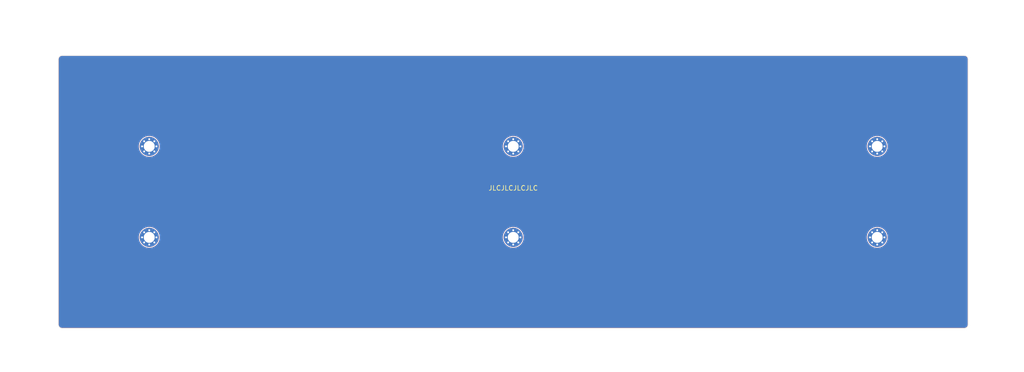
<source format=kicad_pcb>
(kicad_pcb (version 20171130) (host pcbnew "(5.1.4)-1")

  (general
    (thickness 1.6)
    (drawings 705)
    (tracks 0)
    (zones 0)
    (modules 6)
    (nets 1)
  )

  (page A4)
  (layers
    (0 F.Cu signal)
    (31 B.Cu signal)
    (32 B.Adhes user)
    (33 F.Adhes user)
    (34 B.Paste user)
    (35 F.Paste user)
    (36 B.SilkS user)
    (37 F.SilkS user)
    (38 B.Mask user)
    (39 F.Mask user)
    (40 Dwgs.User user)
    (41 Cmts.User user)
    (42 Eco1.User user)
    (43 Eco2.User user)
    (44 Edge.Cuts user)
    (45 Margin user)
    (46 B.CrtYd user)
    (47 F.CrtYd user)
    (48 B.Fab user)
    (49 F.Fab user)
  )

  (setup
    (last_trace_width 0.25)
    (trace_clearance 0.2)
    (zone_clearance 0.1)
    (zone_45_only no)
    (trace_min 0.2)
    (via_size 0.8)
    (via_drill 0.4)
    (via_min_size 0.4)
    (via_min_drill 0.3)
    (uvia_size 0.3)
    (uvia_drill 0.1)
    (uvias_allowed no)
    (uvia_min_size 0.2)
    (uvia_min_drill 0.1)
    (edge_width 0.05)
    (segment_width 0.2)
    (pcb_text_width 0.3)
    (pcb_text_size 1.5 1.5)
    (mod_edge_width 0.12)
    (mod_text_size 1 1)
    (mod_text_width 0.15)
    (pad_size 1.524 1.524)
    (pad_drill 0.762)
    (pad_to_mask_clearance 0.051)
    (solder_mask_min_width 0.25)
    (aux_axis_origin 0 0)
    (visible_elements 7FFFFFFF)
    (pcbplotparams
      (layerselection 0x010fc_ffffffff)
      (usegerberextensions false)
      (usegerberattributes false)
      (usegerberadvancedattributes false)
      (creategerberjobfile false)
      (excludeedgelayer true)
      (linewidth 0.100000)
      (plotframeref false)
      (viasonmask false)
      (mode 1)
      (useauxorigin false)
      (hpglpennumber 1)
      (hpglpenspeed 20)
      (hpglpendiameter 15.000000)
      (psnegative false)
      (psa4output false)
      (plotreference true)
      (plotvalue true)
      (plotinvisibletext false)
      (padsonsilk false)
      (subtractmaskfromsilk false)
      (outputformat 1)
      (mirror false)
      (drillshape 0)
      (scaleselection 1)
      (outputdirectory "bottom/"))
  )

  (net 0 "")

  (net_class Default "This is the default net class."
    (clearance 0.2)
    (trace_width 0.25)
    (via_dia 0.8)
    (via_drill 0.4)
    (uvia_dia 0.3)
    (uvia_drill 0.1)
  )

  (module kbd:M2_HOLE_v3 (layer F.Cu) (tedit 5F96E357) (tstamp 5FA4AC5C)
    (at 32.54375 51.59375)
    (descr "Mounting Hole 2.2mm, no annular, M2")
    (tags "mounting hole 2.2mm no annular m2")
    (attr virtual)
    (fp_text reference REF** (at 0 0.5) (layer F.SilkS) hide
      (effects (font (size 1 1) (thickness 0.15)))
    )
    (fp_text value Val** (at 0 -0.5) (layer F.Fab)
      (effects (font (size 1 1) (thickness 0.15)))
    )
    (fp_circle (center 0 0) (end 2.45 0) (layer F.CrtYd) (width 0.05))
    (fp_circle (center 0 0) (end 2.2 0) (layer Cmts.User) (width 0.15))
    (fp_text user %R (at 0.3 0) (layer F.Fab)
      (effects (font (size 1 1) (thickness 0.15)))
    )
    (pad 1 thru_hole circle (at 1.06 -1.06) (size 0.5 0.5) (drill 0.4) (layers *.Cu *.Mask))
    (pad 1 thru_hole circle (at -1.06 -1.06) (size 0.5 0.5) (drill 0.4) (layers *.Cu *.Mask))
    (pad 1 thru_hole circle (at -1.06 1.06) (size 0.5 0.5) (drill 0.4) (layers *.Cu *.Mask))
    (pad 1 thru_hole circle (at 1.06 1.06) (size 0.5 0.5) (drill 0.4) (layers *.Cu *.Mask))
    (pad 1 thru_hole circle (at 0 -1.5) (size 0.5 0.5) (drill 0.4) (layers *.Cu *.Mask))
    (pad 1 thru_hole circle (at 0 1.5) (size 0.5 0.5) (drill 0.4) (layers *.Cu *.Mask))
    (pad 1 thru_hole circle (at -1.5 0) (size 0.5 0.5) (drill 0.4) (layers *.Cu *.Mask))
    (pad 1 thru_hole circle (at 1.5 0) (size 0.5 0.5) (drill 0.4) (layers *.Cu *.Mask))
    (pad 1 thru_hole circle (at 0 0) (size 4 4) (drill 2.3) (layers *.Cu *.Mask))
  )

  (module kbd:M2_HOLE_v3 (layer F.Cu) (tedit 5F96E357) (tstamp 5FA4B466)
    (at 108.74375 51.59375)
    (descr "Mounting Hole 2.2mm, no annular, M2")
    (tags "mounting hole 2.2mm no annular m2")
    (attr virtual)
    (fp_text reference REF** (at 0 0.5) (layer F.SilkS) hide
      (effects (font (size 1 1) (thickness 0.15)))
    )
    (fp_text value Val** (at 0 -0.5) (layer F.Fab)
      (effects (font (size 1 1) (thickness 0.15)))
    )
    (fp_circle (center 0 0) (end 2.45 0) (layer F.CrtYd) (width 0.05))
    (fp_circle (center 0 0) (end 2.2 0) (layer Cmts.User) (width 0.15))
    (fp_text user %R (at 0.3 0) (layer F.Fab)
      (effects (font (size 1 1) (thickness 0.15)))
    )
    (pad 1 thru_hole circle (at 1.06 -1.06) (size 0.5 0.5) (drill 0.4) (layers *.Cu *.Mask))
    (pad 1 thru_hole circle (at -1.06 -1.06) (size 0.5 0.5) (drill 0.4) (layers *.Cu *.Mask))
    (pad 1 thru_hole circle (at -1.06 1.06) (size 0.5 0.5) (drill 0.4) (layers *.Cu *.Mask))
    (pad 1 thru_hole circle (at 1.06 1.06) (size 0.5 0.5) (drill 0.4) (layers *.Cu *.Mask))
    (pad 1 thru_hole circle (at 0 -1.5) (size 0.5 0.5) (drill 0.4) (layers *.Cu *.Mask))
    (pad 1 thru_hole circle (at 0 1.5) (size 0.5 0.5) (drill 0.4) (layers *.Cu *.Mask))
    (pad 1 thru_hole circle (at -1.5 0) (size 0.5 0.5) (drill 0.4) (layers *.Cu *.Mask))
    (pad 1 thru_hole circle (at 1.5 0) (size 0.5 0.5) (drill 0.4) (layers *.Cu *.Mask))
    (pad 1 thru_hole circle (at 0 0) (size 4 4) (drill 2.3) (layers *.Cu *.Mask))
  )

  (module kbd:M2_HOLE_v3 (layer F.Cu) (tedit 5F96E357) (tstamp 5FA4AC50)
    (at 184.94375 51.59375)
    (descr "Mounting Hole 2.2mm, no annular, M2")
    (tags "mounting hole 2.2mm no annular m2")
    (attr virtual)
    (fp_text reference REF** (at 0 0.5) (layer F.SilkS) hide
      (effects (font (size 1 1) (thickness 0.15)))
    )
    (fp_text value Val** (at 0 -0.5) (layer F.Fab)
      (effects (font (size 1 1) (thickness 0.15)))
    )
    (fp_circle (center 0 0) (end 2.45 0) (layer F.CrtYd) (width 0.05))
    (fp_circle (center 0 0) (end 2.2 0) (layer Cmts.User) (width 0.15))
    (fp_text user %R (at 0.3 0) (layer F.Fab)
      (effects (font (size 1 1) (thickness 0.15)))
    )
    (pad 1 thru_hole circle (at 1.06 -1.06) (size 0.5 0.5) (drill 0.4) (layers *.Cu *.Mask))
    (pad 1 thru_hole circle (at -1.06 -1.06) (size 0.5 0.5) (drill 0.4) (layers *.Cu *.Mask))
    (pad 1 thru_hole circle (at -1.06 1.06) (size 0.5 0.5) (drill 0.4) (layers *.Cu *.Mask))
    (pad 1 thru_hole circle (at 1.06 1.06) (size 0.5 0.5) (drill 0.4) (layers *.Cu *.Mask))
    (pad 1 thru_hole circle (at 0 -1.5) (size 0.5 0.5) (drill 0.4) (layers *.Cu *.Mask))
    (pad 1 thru_hole circle (at 0 1.5) (size 0.5 0.5) (drill 0.4) (layers *.Cu *.Mask))
    (pad 1 thru_hole circle (at -1.5 0) (size 0.5 0.5) (drill 0.4) (layers *.Cu *.Mask))
    (pad 1 thru_hole circle (at 1.5 0) (size 0.5 0.5) (drill 0.4) (layers *.Cu *.Mask))
    (pad 1 thru_hole circle (at 0 0) (size 4 4) (drill 2.3) (layers *.Cu *.Mask))
  )

  (module kbd:M2_HOLE_v3 (layer F.Cu) (tedit 5F96E357) (tstamp 5FA4AC58)
    (at 32.54375 32.54375)
    (descr "Mounting Hole 2.2mm, no annular, M2")
    (tags "mounting hole 2.2mm no annular m2")
    (attr virtual)
    (fp_text reference REF** (at 0 0.5) (layer F.SilkS) hide
      (effects (font (size 1 1) (thickness 0.15)))
    )
    (fp_text value Val** (at 0 -0.5) (layer F.Fab)
      (effects (font (size 1 1) (thickness 0.15)))
    )
    (fp_circle (center 0 0) (end 2.45 0) (layer F.CrtYd) (width 0.05))
    (fp_circle (center 0 0) (end 2.2 0) (layer Cmts.User) (width 0.15))
    (fp_text user %R (at 0.3 0) (layer F.Fab)
      (effects (font (size 1 1) (thickness 0.15)))
    )
    (pad 1 thru_hole circle (at 1.06 -1.06) (size 0.5 0.5) (drill 0.4) (layers *.Cu *.Mask))
    (pad 1 thru_hole circle (at -1.06 -1.06) (size 0.5 0.5) (drill 0.4) (layers *.Cu *.Mask))
    (pad 1 thru_hole circle (at -1.06 1.06) (size 0.5 0.5) (drill 0.4) (layers *.Cu *.Mask))
    (pad 1 thru_hole circle (at 1.06 1.06) (size 0.5 0.5) (drill 0.4) (layers *.Cu *.Mask))
    (pad 1 thru_hole circle (at 0 -1.5) (size 0.5 0.5) (drill 0.4) (layers *.Cu *.Mask))
    (pad 1 thru_hole circle (at 0 1.5) (size 0.5 0.5) (drill 0.4) (layers *.Cu *.Mask))
    (pad 1 thru_hole circle (at -1.5 0) (size 0.5 0.5) (drill 0.4) (layers *.Cu *.Mask))
    (pad 1 thru_hole circle (at 1.5 0) (size 0.5 0.5) (drill 0.4) (layers *.Cu *.Mask))
    (pad 1 thru_hole circle (at 0 0) (size 4 4) (drill 2.3) (layers *.Cu *.Mask))
  )

  (module kbd:M2_HOLE_v3 (layer F.Cu) (tedit 5F96E357) (tstamp 5FA4AC54)
    (at 184.94375 32.54375)
    (descr "Mounting Hole 2.2mm, no annular, M2")
    (tags "mounting hole 2.2mm no annular m2")
    (attr virtual)
    (fp_text reference REF** (at 0 0.5) (layer F.SilkS) hide
      (effects (font (size 1 1) (thickness 0.15)))
    )
    (fp_text value Val** (at 0 -0.5) (layer F.Fab)
      (effects (font (size 1 1) (thickness 0.15)))
    )
    (fp_circle (center 0 0) (end 2.45 0) (layer F.CrtYd) (width 0.05))
    (fp_circle (center 0 0) (end 2.2 0) (layer Cmts.User) (width 0.15))
    (fp_text user %R (at 0.3 0) (layer F.Fab)
      (effects (font (size 1 1) (thickness 0.15)))
    )
    (pad 1 thru_hole circle (at 1.06 -1.06) (size 0.5 0.5) (drill 0.4) (layers *.Cu *.Mask))
    (pad 1 thru_hole circle (at -1.06 -1.06) (size 0.5 0.5) (drill 0.4) (layers *.Cu *.Mask))
    (pad 1 thru_hole circle (at -1.06 1.06) (size 0.5 0.5) (drill 0.4) (layers *.Cu *.Mask))
    (pad 1 thru_hole circle (at 1.06 1.06) (size 0.5 0.5) (drill 0.4) (layers *.Cu *.Mask))
    (pad 1 thru_hole circle (at 0 -1.5) (size 0.5 0.5) (drill 0.4) (layers *.Cu *.Mask))
    (pad 1 thru_hole circle (at 0 1.5) (size 0.5 0.5) (drill 0.4) (layers *.Cu *.Mask))
    (pad 1 thru_hole circle (at -1.5 0) (size 0.5 0.5) (drill 0.4) (layers *.Cu *.Mask))
    (pad 1 thru_hole circle (at 1.5 0) (size 0.5 0.5) (drill 0.4) (layers *.Cu *.Mask))
    (pad 1 thru_hole circle (at 0 0) (size 4 4) (drill 2.3) (layers *.Cu *.Mask))
  )

  (module kbd:M2_HOLE_v3 (layer F.Cu) (tedit 5F96E357) (tstamp 5FA4B439)
    (at 108.74375 32.54375)
    (descr "Mounting Hole 2.2mm, no annular, M2")
    (tags "mounting hole 2.2mm no annular m2")
    (attr virtual)
    (fp_text reference REF** (at 0 0.5) (layer F.SilkS) hide
      (effects (font (size 1 1) (thickness 0.15)))
    )
    (fp_text value Val** (at 0 -0.5) (layer F.Fab)
      (effects (font (size 1 1) (thickness 0.15)))
    )
    (fp_circle (center 0 0) (end 2.45 0) (layer F.CrtYd) (width 0.05))
    (fp_circle (center 0 0) (end 2.2 0) (layer Cmts.User) (width 0.15))
    (fp_text user %R (at 0.3 0) (layer F.Fab)
      (effects (font (size 1 1) (thickness 0.15)))
    )
    (pad 1 thru_hole circle (at 1.06 -1.06) (size 0.5 0.5) (drill 0.4) (layers *.Cu *.Mask))
    (pad 1 thru_hole circle (at -1.06 -1.06) (size 0.5 0.5) (drill 0.4) (layers *.Cu *.Mask))
    (pad 1 thru_hole circle (at -1.06 1.06) (size 0.5 0.5) (drill 0.4) (layers *.Cu *.Mask))
    (pad 1 thru_hole circle (at 1.06 1.06) (size 0.5 0.5) (drill 0.4) (layers *.Cu *.Mask))
    (pad 1 thru_hole circle (at 0 -1.5) (size 0.5 0.5) (drill 0.4) (layers *.Cu *.Mask))
    (pad 1 thru_hole circle (at 0 1.5) (size 0.5 0.5) (drill 0.4) (layers *.Cu *.Mask))
    (pad 1 thru_hole circle (at -1.5 0) (size 0.5 0.5) (drill 0.4) (layers *.Cu *.Mask))
    (pad 1 thru_hole circle (at 1.5 0) (size 0.5 0.5) (drill 0.4) (layers *.Cu *.Mask))
    (pad 1 thru_hole circle (at 0 0) (size 4 4) (drill 2.3) (layers *.Cu *.Mask))
  )

  (gr_text JLCJLCJLCJLC (at 108.74375 41.275) (layer F.SilkS)
    (effects (font (size 1 1) (thickness 0.15)))
  )
  (gr_line (start 79.256779 62.936417) (end 72.493531 62.919624) (layer B.Mask) (width 0.3))
  (gr_line (start 153.293821 20.978134) (end 152.991177 20.48862) (layer B.Mask) (width 0.3))
  (gr_line (start 87.268821 62.942287) (end 79.256779 62.936417) (layer B.Mask) (width 0.3))
  (gr_line (start 108.143821 62.943818) (end 87.268821 62.942287) (layer B.Mask) (width 0.3))
  (gr_arc (start 151.135305 21.636017) (end 152.991177 20.48862) (angle -7.203373441) (layer B.Mask) (width 0.3))
  (gr_line (start 108.143821 41.993818) (end 108.143821 62.943818) (layer B.Mask) (width 0.3))
  (gr_arc (start 66.218519 20.599109) (end 66.213741 19.404474) (angle -23.18382695) (layer B.Mask) (width 0.3))
  (gr_line (start 73.168096 19.38007) (end 66.213741 19.404474) (layer B.Mask) (width 0.3))
  (gr_arc (start 151.051623 21.552327) (end 152.422675 19.854984) (angle -7.203373441) (layer B.Mask) (width 0.3))
  (gr_line (start 108.901665 19.372546) (end 84.014559 19.364507) (layer B.Mask) (width 0.3))
  (gr_line (start 151.709509 19.393818) (end 108.901665 19.372546) (layer B.Mask) (width 0.3))
  (gr_line (start 152.199021 19.696462) (end 151.709509 19.393818) (layer B.Mask) (width 0.3))
  (gr_line (start 152.991177 63.499017) (end 153.293821 63.009502) (layer B.Mask) (width 0.3))
  (gr_line (start 153.293821 41.993818) (end 153.293821 20.978134) (layer B.Mask) (width 0.3))
  (gr_arc (start 151.135305 62.35162) (end 152.832655 63.722672) (angle -7.203373441) (layer B.Mask) (width 0.3))
  (gr_arc (start 150.7 21.987637) (end 152.832655 20.264965) (angle -6.070099378) (layer B.Mask) (width 0.3))
  (gr_line (start 153.293821 63.009502) (end 153.293821 41.993818) (layer B.Mask) (width 0.3))
  (gr_line (start 84.014559 19.364507) (end 73.168096 19.38007) (layer B.Mask) (width 0.3))
  (gr_arc (start 150.699998 21.987633) (end 152.638534 20.049106) (angle -6.070099378) (layer B.Mask) (width 0.3))
  (gr_line (start 72.493531 62.919624) (end 66.38286 62.89752) (layer B.Mask) (width 0.3))
  (gr_arc (start 86.532906 27.243224) (end 86.202181 24.384764) (angle -12.47516475) (layer B.Mask) (width 0.3))
  (gr_arc (start 86.895213 30.374602) (end 86.955618 24.345107) (angle -7.173837896) (layer B.Mask) (width 0.3))
  (gr_arc (start 86.893809 30.514816) (end 87.720282 24.400401) (angle -7.123924573) (layer B.Mask) (width 0.3))
  (gr_line (start 90.166449 31.86398) (end 90.393657 31.611431) (layer B.Mask) (width 0.3))
  (gr_arc (start 87.253073 27.856886) (end 88.366579 24.551485) (angle -10.91941025) (layer B.Mask) (width 0.3))
  (gr_arc (start 86.976896 28.821657) (end 88.377962 33.00089) (angle -27.81990995) (layer B.Mask) (width 0.3))
  (gr_arc (start 85.046081 29.492996) (end 82.602621 29.54989) (angle -8.847342017) (layer B.Mask) (width 0.3))
  (gr_arc (start 100.234298 28.635447) (end 102.189962 32.835558) (angle -22.48084186) (layer B.Mask) (width 0.3))
  (gr_arc (start 100.347232 28.878001) (end 100.458587 33.242117) (angle -23.5061287) (layer B.Mask) (width 0.3))
  (gr_arc (start 100.347935 28.905608) (end 98.713819 32.923968) (angle -23.59139496) (layer B.Mask) (width 0.3))
  (gr_arc (start 100.423469 28.719883) (end 97.217942 31.932644) (angle -22.8056119) (layer B.Mask) (width 0.3))
  (gr_line (start 82.732185 30.240078) (end 82.934547 30.691066) (layer B.Mask) (width 0.3))
  (gr_arc (start 100.472542 28.885638) (end 97.870832 25.090544) (angle -15.48772313) (layer B.Mask) (width 0.3))
  (gr_arc (start 100.491935 28.680258) (end 96.1197 30.164224) (angle -13.06211019) (layer B.Mask) (width 0.3))
  (gr_arc (start 100.520328 28.890473) (end 96.293447 26.965317) (angle -15.33851428) (layer B.Mask) (width 0.3))
  (gr_arc (start 86.936122 28.808801) (end 91.423409 29.006421) (angle -24.64896044) (layer B.Mask) (width 0.3))
  (gr_arc (start 89.359751 30.061391) (end 90.813226 31.06556) (angle -7.610664376) (layer B.Mask) (width 0.3))
  (gr_arc (start 86.980356 28.754585) (end 84.301033 32.340582) (angle -27.5534015) (layer B.Mask) (width 0.3))
  (gr_arc (start 86.901499 28.80728) (end 90.933415 30.864214) (angle -24.50736208) (layer B.Mask) (width 0.3))
  (gr_line (start 90.393657 31.611431) (end 90.619589 31.331428) (layer B.Mask) (width 0.3))
  (gr_arc (start 86.928193 28.821263) (end 90.012622 25.53702) (angle -24.58552671) (layer B.Mask) (width 0.3))
  (gr_arc (start 99.818684 28.777477) (end 95.934764 28.151992) (angle -14.62195007) (layer B.Mask) (width 0.3))
  (gr_arc (start 86.942236 28.806312) (end 91.096946 27.116957) (angle -24.66980213) (layer B.Mask) (width 0.3))
  (gr_arc (start 87.02813 28.690641) (end 82.934547 30.691066) (angle -27.19078474) (layer B.Mask) (width 0.3))
  (gr_arc (start 86.971901 28.806754) (end 86.263715 33.173247) (angle -27.74583719) (layer B.Mask) (width 0.3))
  (gr_arc (start 100.364371 28.754849) (end 103.647361 31.768585) (angle -26.7373781) (layer B.Mask) (width 0.3))
  (gr_arc (start 100.357633 28.725838) (end 95.902657 29.152706) (angle -13.27431918) (layer B.Mask) (width 0.3))
  (gr_arc (start 100.416032 28.727338) (end 96.568216 31.113984) (angle -13.2549038) (layer B.Mask) (width 0.3))
  (gr_arc (start 100.428639 28.848706) (end 96.951894 25.923092) (angle -15.59289152) (layer B.Mask) (width 0.3))
  (gr_arc (start 100.635106 29.12276) (end 98.992515 24.51821) (angle -14.79952091) (layer B.Mask) (width 0.3))
  (gr_line (start 90.619589 31.331428) (end 90.813226 31.06556) (layer B.Mask) (width 0.3))
  (gr_arc (start 84.171691 29.650027) (end 82.640445 29.925023) (angle -12.10746882) (layer B.Mask) (width 0.3))
  (gr_arc (start 73.59549 29.427159) (end 74.279681 24.391642) (angle -8.353003432) (layer B.Mask) (width 0.3))
  (gr_arc (start 73.324659 28.577876) (end 69.944763 26.166258) (angle -18.67365944) (layer B.Mask) (width 0.3))
  (gr_arc (start 72.877063 29.941398) (end 76.670791 25.5425) (angle -6.729860724) (layer B.Mask) (width 0.3))
  (gr_arc (start 73.458051 28.802112) (end 78.021729 28.480399) (angle -17.04243057) (layer B.Mask) (width 0.3))
  (gr_arc (start 74.962279 29.629226) (end 77.101183 31.501994) (angle -10.83251665) (layer B.Mask) (width 0.3))
  (gr_arc (start 73.525795 28.787397) (end 77.415035 31.06664) (angle -17.1541064) (layer B.Mask) (width 0.3))
  (gr_arc (start 71.405323 26.518139) (end 76.106142 32.449599) (angle -5.1960659) (layer B.Mask) (width 0.3))
  (gr_arc (start 73.943318 28.765075) (end 69.350544 27.375378) (angle -16.75385928) (layer B.Mask) (width 0.3))
  (gr_line (start 82.912319 26.921486) (end 82.726952 27.352418) (layer B.Mask) (width 0.3))
  (gr_arc (start 73.697385 28.677235) (end 74.973738 24.544887) (angle -9.426711511) (layer B.Mask) (width 0.3))
  (gr_arc (start 73.973846 27.782159) (end 75.531395 24.773213) (angle -10.20359) (layer B.Mask) (width 0.3))
  (gr_arc (start 73.564128 28.616123) (end 73.432661 33.236206) (angle -28.65891429) (layer B.Mask) (width 0.3))
  (gr_arc (start 85.254876 28.11434) (end 82.639463 27.669436) (angle -8.293036613) (layer B.Mask) (width 0.3))
  (gr_arc (start 73.558311 28.795041) (end 77.914268 29.818144) (angle -17.25004993) (layer B.Mask) (width 0.3))
  (gr_line (start 82.593821 28.793818) (end 82.602621 29.54989) (layer B.Mask) (width 0.3))
  (gr_line (start 82.60264 28.051325) (end 82.593821 28.793818) (layer B.Mask) (width 0.3))
  (gr_arc (start 73.713349 28.764749) (end 69.144903 28.758285) (angle -28.88969223) (layer B.Mask) (width 0.3))
  (gr_arc (start 73.309471 28.567036) (end 70.893322 25.213349) (angle -18.7207853) (layer B.Mask) (width 0.3))
  (gr_arc (start 87.224552 28.964275) (end 83.389409 26.125257) (angle -11.16338147) (layer B.Mask) (width 0.3))
  (gr_arc (start 71.386531 26.498392) (end 76.624002 31.999499) (angle -5.20179253) (layer B.Mask) (width 0.3))
  (gr_arc (start 87.010325 28.808318) (end 84.746058 24.911539) (angle -11.65764795) (layer B.Mask) (width 0.3))
  (gr_arc (start 72.787601 30.073801) (end 76.129151 25.12823) (angle -6.677651669) (layer B.Mask) (width 0.3))
  (gr_arc (start 74.460482 30.373118) (end 75.664533 32.733252) (angle -11.36869098) (layer B.Mask) (width 0.3))
  (gr_arc (start 73.136848 28.925891) (end 77.727041 27.157004) (angle -16.14007059) (layer B.Mask) (width 0.3))
  (gr_arc (start 73.447325 28.441837) (end 72.807484 24.407429) (angle -9.810146175) (layer B.Mask) (width 0.3))
  (gr_arc (start 84.250751 27.943529) (end 82.726952 27.352418) (angle -11.54815038) (layer B.Mask) (width 0.3))
  (gr_arc (start 87.003332 28.800507) (end 84.005368 25.449445) (angle -11.67204912) (layer B.Mask) (width 0.3))
  (gr_arc (start 73.54739 28.856014) (end 69.710316 30.96622) (angle -29.8209984) (layer B.Mask) (width 0.3))
  (gr_arc (start 87.167836 29.079389) (end 85.592515 24.523695) (angle -11.08427078) (layer B.Mask) (width 0.3))
  (gr_arc (start 74.922261 27.569956) (end 77.054392 25.950713) (angle -12.0098783) (layer B.Mask) (width 0.3))
  (gr_arc (start 73.594907 29.372432) (end 73.540906 24.345666) (angle -8.396261229) (layer B.Mask) (width 0.3))
  (gr_arc (start 73.557789 28.838953) (end 71.267798 32.594939) (angle -29.74032845) (layer B.Mask) (width 0.3))
  (gr_line (start 109.443821 21.043818) (end 130.38815 21.043818) (layer B.Mask) (width 0.3))
  (gr_line (start 151.33248 62.943818) (end 130.38815 62.943818) (layer B.Mask) (width 0.3))
  (gr_line (start 151.61836 59.18188) (end 151.588887 62.408044) (layer B.Mask) (width 0.3))
  (gr_line (start 108.143821 21.043818) (end 108.143821 41.993818) (layer B.Mask) (width 0.3))
  (gr_line (start 65.986611 23.917445) (end 66.050677 21.537296) (layer B.Mask) (width 0.3))
  (gr_line (start 151.588887 21.579593) (end 151.61836 24.805757) (layer B.Mask) (width 0.3))
  (gr_arc (start 151.031977 21.585586) (end 151.588887 21.579593) (angle -34.39198294) (layer B.Mask) (width 0.3))
  (gr_line (start 79.256779 21.05122) (end 87.268821 21.04535) (layer B.Mask) (width 0.3))
  (gr_line (start 72.493531 21.068013) (end 79.256779 21.05122) (layer B.Mask) (width 0.3))
  (gr_line (start 65.949518 55.735746) (end 65.943821 41.993818) (layer B.Mask) (width 0.3))
  (gr_line (start 65.986611 60.070192) (end 65.949518 55.735746) (layer B.Mask) (width 0.3))
  (gr_arc (start 66.575349 62.430638) (end 66.050677 62.45034) (angle -54.11770219) (layer B.Mask) (width 0.3))
  (gr_arc (start 66.383518 62.717932) (end 66.283791 62.867287) (angle -33.52190813) (layer B.Mask) (width 0.3))
  (gr_line (start 151.639523 29.952554) (end 151.643821 41.993818) (layer B.Mask) (width 0.3))
  (gr_line (start 151.48815 62.721568) (end 151.33248 62.943818) (layer B.Mask) (width 0.3))
  (gr_line (start 66.050677 62.45034) (end 65.986611 60.070192) (layer B.Mask) (width 0.3))
  (gr_line (start 66.38286 21.090116) (end 72.493531 21.068013) (layer B.Mask) (width 0.3))
  (gr_line (start 151.643821 41.993818) (end 151.639523 54.035083) (layer B.Mask) (width 0.3))
  (gr_line (start 65.949518 28.25189) (end 65.986611 23.917445) (layer B.Mask) (width 0.3))
  (gr_arc (start 66.383518 21.269705) (end 66.38286 21.090116) (angle -33.52190813) (layer B.Mask) (width 0.3))
  (gr_arc (start 66.575349 21.556999) (end 66.283791 21.12035) (angle -54.11770219) (layer B.Mask) (width 0.3))
  (gr_line (start 151.639523 54.035083) (end 151.61836 59.18188) (layer B.Mask) (width 0.3))
  (gr_line (start 87.268821 21.04535) (end 108.143821 21.043818) (layer B.Mask) (width 0.3))
  (gr_line (start 130.38815 62.943818) (end 109.443821 62.943818) (layer B.Mask) (width 0.3))
  (gr_arc (start 73.652106 29.042617) (end 72.129442 24.57544) (angle -16.94875336) (layer B.Mask) (width 0.3))
  (gr_line (start 151.33248 21.043818) (end 151.48815 21.266069) (layer B.Mask) (width 0.3))
  (gr_arc (start 151.031977 62.402051) (end 151.48815 62.721568) (angle -34.39198294) (layer B.Mask) (width 0.3))
  (gr_line (start 109.443821 41.993818) (end 109.443821 21.043818) (layer B.Mask) (width 0.3))
  (gr_line (start 109.443821 62.943818) (end 109.443821 41.993818) (layer B.Mask) (width 0.3))
  (gr_line (start 65.943821 41.993818) (end 65.949518 28.25189) (layer B.Mask) (width 0.3))
  (gr_line (start 151.61836 24.805757) (end 151.639523 29.952554) (layer B.Mask) (width 0.3))
  (gr_line (start 130.38815 21.043818) (end 151.33248 21.043818) (layer B.Mask) (width 0.3))
  (gr_arc (start 66.30371 63.187281) (end 65.542903 64.374591) (angle -16.54890938) (layer B.Mask) (width 0.3))
  (gr_arc (start 67.339631 22.344988) (end 65.059318 19.982782) (angle -8.086119526) (layer B.Mask) (width 0.3))
  (gr_arc (start 66.471981 21.184457) (end 65.743821 19.502826) (angle -12.2781845) (layer B.Mask) (width 0.3))
  (gr_arc (start 67.441387 61.477605) (end 64.777337 63.695144) (angle -8.681427141) (layer B.Mask) (width 0.3))
  (gr_arc (start 66.830234 21.948088) (end 64.749718 20.32702) (angle -9.529210046) (layer B.Mask) (width 0.3))
  (gr_arc (start 150.699998 62.000004) (end 152.422675 64.132653) (angle -6.070099378) (layer B.Mask) (width 0.3))
  (gr_arc (start 151.051623 62.43531) (end 152.199021 64.291175) (angle -7.203373441) (layer B.Mask) (width 0.3))
  (gr_line (start 64.293821 62.893818) (end 64.511579 63.30064) (layer B.Mask) (width 0.3))
  (gr_line (start 151.709509 64.593818) (end 152.199021 64.291175) (layer B.Mask) (width 0.3))
  (gr_line (start 66.324782 64.600865) (end 75.990398 64.620268) (layer B.Mask) (width 0.3))
  (gr_line (start 88.744071 64.631337) (end 109.001665 64.62299) (layer B.Mask) (width 0.3))
  (gr_line (start 64.510058 20.693818) (end 64.293821 21.093818) (layer B.Mask) (width 0.3))
  (gr_arc (start 67.206752 22.207331) (end 65.402863 19.69614) (angle -8.298300921) (layer B.Mask) (width 0.3))
  (gr_arc (start 67.289148 61.649408) (end 65.142576 64.07185) (angle -8.893796528) (layer B.Mask) (width 0.3))
  (gr_arc (start 66.583822 62.191437) (end 64.511579 63.30064) (angle -11.61512969) (layer B.Mask) (width 0.3))
  (gr_line (start 64.293821 21.093818) (end 64.293821 41.993818) (layer B.Mask) (width 0.3))
  (gr_line (start 109.001665 64.62299) (end 151.709509 64.593818) (layer B.Mask) (width 0.3))
  (gr_line (start 75.990398 64.620268) (end 88.744071 64.631337) (layer B.Mask) (width 0.3))
  (gr_arc (start 66.327982 63.103207) (end 65.912604 64.542113) (angle -15.97974472) (layer B.Mask) (width 0.3))
  (gr_line (start 64.293821 41.993818) (end 64.293821 62.893818) (layer B.Mask) (width 0.3))
  (gr_arc (start 144.059932 55.529024) (end 140.075283 57.550245) (angle -17.86635832) (layer B.Mask) (width 0.3))
  (gr_line (start 116.844087 51.089159) (end 116.343821 51.18006) (layer B.Mask) (width 0.3))
  (gr_arc (start 144.220997 55.447321) (end 139.636891 56.218818) (angle -17.34325294) (layer B.Mask) (width 0.3))
  (gr_arc (start 143.735673 55.528999) (end 139.68791 54.584819) (angle -22.68329484) (layer B.Mask) (width 0.3))
  (gr_arc (start 144.122904 55.619322) (end 140.361328 53.052239) (angle -21.18155007) (layer B.Mask) (width 0.3))
  (gr_arc (start 144.032866 55.449271) (end 143.068936 51.189797) (angle -21.91664861) (layer B.Mask) (width 0.3))
  (gr_arc (start 117.22082 53.658795) (end 117.23197 51.061714) (angle -8.58667993) (layer B.Mask) (width 0.3))
  (gr_arc (start 117.220188 53.806379) (end 117.627803 51.092125) (angle -8.294638794) (layer B.Mask) (width 0.3))
  (gr_arc (start 144.175118 55.654952) (end 141.548722 51.857433) (angle -21.02043278) (layer B.Mask) (width 0.3))
  (gr_arc (start 130.661106 42.142348) (end 133.798239 45.295221) (angle -35.62777801) (layer B.Mask) (width 0.3))
  (gr_arc (start 117.245737 55.501605) (end 119.886386 59.136507) (angle -9.126286855) (layer B.Mask) (width 0.3))
  (gr_arc (start 117.170076 55.397458) (end 119.272699 59.513014) (angle -8.934987107) (layer B.Mask) (width 0.3))
  (gr_arc (start 117.356589 55.398696) (end 115.416985 59.599778) (angle -16.07347911) (layer B.Mask) (width 0.3))
  (gr_arc (start 116.760869 55.851001) (end 112.997817 56.798004) (angle -18.20276996) (layer B.Mask) (width 0.3))
  (gr_arc (start 117.959919 55.549251) (end 112.843448 55.489559) (angle -14.79404341) (layer B.Mask) (width 0.3))
  (gr_arc (start 116.547043 55.173117) (end 113.538237 53.102111) (angle -18.98484275) (layer B.Mask) (width 0.3))
  (gr_arc (start 117.477398 55.813504) (end 114.101257 52.426719) (angle -10.54986234) (layer B.Mask) (width 0.3))
  (gr_arc (start 130.704843 42.149678) (end 135.047628 42.877628) (angle -35.89593189) (layer B.Mask) (width 0.3))
  (gr_arc (start 130.403971 41.883934) (end 132.960672 45.960847) (angle -12.76420321) (layer B.Mask) (width 0.3))
  (gr_arc (start 130.596338 42.190693) (end 132.012615 46.409495) (angle -13.53538031) (layer B.Mask) (width 0.3))
  (gr_arc (start 117.42905 55.732275) (end 115.538949 51.441823) (angle -10.63905289) (layer B.Mask) (width 0.3))
  (gr_arc (start 130.673431 42.165259) (end 134.649668 40.193138) (angle -35.72127405) (layer B.Mask) (width 0.3))
  (gr_arc (start 130.653434 42.360782) (end 131.005147 46.617042) (angle -13.8333992) (layer B.Mask) (width 0.3))
  (gr_arc (start 117.447077 55.218145) (end 119.398196 51.634296) (angle -9.022400755) (layer B.Mask) (width 0.3))
  (gr_arc (start 117.895577 55.548499) (end 113.028166 54.193583) (angle -14.88693037) (layer B.Mask) (width 0.3))
  (gr_arc (start 117.14472 55.347826) (end 118.604208 59.791584) (angle -8.880295046) (layer B.Mask) (width 0.3))
  (gr_arc (start 130.637694 42.232757) (end 132.750198 38.242663) (angle -35.26799781) (layer B.Mask) (width 0.3))
  (gr_arc (start 117.398597 55.307712) (end 114.31731 58.893) (angle -15.89421597) (layer B.Mask) (width 0.3))
  (gr_arc (start 117.120921 55.275348) (end 117.898021 59.964979) (angle -8.773196368) (layer B.Mask) (width 0.3))
  (gr_arc (start 117.253203 56.073621) (end 116.655962 59.972565) (angle -18.11759253) (layer B.Mask) (width 0.3))
  (gr_arc (start 117.088618 56.228004) (end 118.812033 51.372662) (angle -7.575179969) (layer B.Mask) (width 0.3))
  (gr_arc (start 117.204036 55.460089) (end 120.429494 58.671657) (angle -21.96774358) (layer B.Mask) (width 0.3))
  (gr_line (start 118.156928 51.187844) (end 117.627803 51.092125) (layer B.Mask) (width 0.3))
  (gr_arc (start 117.500764 55.836953) (end 114.779331 51.86453) (angle -10.49543166) (layer B.Mask) (width 0.3))
  (gr_arc (start 117.461125 55.192345) (end 119.934191 51.983622) (angle -9.057868895) (layer B.Mask) (width 0.3))
  (gr_arc (start 117.238999 55.300859) (end 116.343821 51.18006) (angle -11.51911777) (layer B.Mask) (width 0.3))
  (gr_arc (start 116.883935 55.941221) (end 120.439375 52.430452) (angle -7.739549813) (layer B.Mask) (width 0.3))
  (gr_arc (start 117.190864 55.638136) (end 121.402057 53.87521) (angle -21.92209884) (layer B.Mask) (width 0.3))
  (gr_arc (start 117.135372 55.613991) (end 113.481957 57.926118) (angle -16.99502287) (layer B.Mask) (width 0.3))
  (gr_arc (start 117.40719 55.547574) (end 121.737977 55.554432) (angle -22.80629266) (layer B.Mask) (width 0.3))
  (gr_arc (start 117.411064 55.547582) (end 121.396706 57.231886) (angle -22.81786558) (layer B.Mask) (width 0.3))
  (gr_arc (start 130.684071 42.202133) (end 128.358194 38.348789) (angle -23.25346648) (layer B.Mask) (width 0.3))
  (gr_line (start 144.193821 24.372717) (end 143.746741 24.370247) (layer B.Mask) (width 0.3))
  (gr_arc (start 130.620004 42.095992) (end 130.058582 37.75524) (angle -23.74558324) (layer B.Mask) (width 0.3))
  (gr_arc (start 143.919234 28.914787) (end 147.969856 26.679383) (angle -18.04972029) (layer B.Mask) (width 0.3))
  (gr_line (start 143.746741 24.370247) (end 143.352009 24.388179) (layer B.Mask) (width 0.3))
  (gr_arc (start 144.490335 28.75317) (end 148.46276 29.411425) (angle -19.87133793) (layer B.Mask) (width 0.3))
  (gr_arc (start 144.140862 28.884198) (end 141.352288 25.240645) (angle -20.11720401) (layer B.Mask) (width 0.3))
  (gr_arc (start 143.218437 25.762868) (end 143.024862 24.424163) (angle -10.06772131) (layer B.Mask) (width 0.3))
  (gr_line (start 143.352009 24.388179) (end 143.024862 24.424163) (layer B.Mask) (width 0.3))
  (gr_arc (start 143.882406 28.954198) (end 147.077894 25.534338) (angle -17.89346545) (layer B.Mask) (width 0.3))
  (gr_arc (start 144.031322 28.793468) (end 146.481836 32.507324) (angle -24.15135772) (layer B.Mask) (width 0.3))
  (gr_arc (start 144.062604 28.840877) (end 144.756438 33.178401) (angle -24.32994116) (layer B.Mask) (width 0.3))
  (gr_arc (start 144.072953 28.734179) (end 139.635626 29.444704) (angle -16.51448248) (layer B.Mask) (width 0.3))
  (gr_arc (start 130.673114 42.598968) (end 129.992415 46.57286) (angle -14.4439051) (layer B.Mask) (width 0.3))
  (gr_arc (start 130.809986 41.799899) (end 128.67738 46.147493) (angle -16.40914522) (layer B.Mask) (width 0.3))
  (gr_arc (start 130.483061 42.147338) (end 126.290921 41.233433) (angle -24.07610816) (layer B.Mask) (width 0.3))
  (gr_arc (start 130.662065 42.186358) (end 127.025833 39.580061) (angle -23.33308165) (layer B.Mask) (width 0.3))
  (gr_line (start 145.872581 24.717951) (end 145.461916 24.542684) (layer B.Mask) (width 0.3))
  (gr_arc (start 130.618416 42.190436) (end 127.571235 45.374868) (angle -17.60915743) (layer B.Mask) (width 0.3))
  (gr_arc (start 130.592324 42.217704) (end 126.754631 44.307386) (angle -17.69276971) (layer B.Mask) (width 0.3))
  (gr_line (start 144.774108 24.399082) (end 144.193821 24.372717) (layer B.Mask) (width 0.3))
  (gr_arc (start 144.072158 28.830394) (end 148.449982 28.021968) (angle -18.43026457) (layer B.Mask) (width 0.3))
  (gr_arc (start 143.783571 28.636054) (end 147.786856 31.179618) (angle -23.02184741) (layer B.Mask) (width 0.3))
  (gr_arc (start 143.945931 29.032899) (end 141.729179 32.589613) (angle -17.33801184) (layer B.Mask) (width 0.3))
  (gr_arc (start 143.999482 28.794288) (end 140.269247 26.422041) (angle -20.53763857) (layer B.Mask) (width 0.3))
  (gr_arc (start 144.136157 28.727684) (end 140.742015 31.75883) (angle -16.29992459) (layer B.Mask) (width 0.3))
  (gr_arc (start 144.193675 28.676314) (end 140.020647 30.676738) (angle -16.15489366) (layer B.Mask) (width 0.3))
  (gr_arc (start 144.602183 27.062596) (end 145.139817 24.448248) (angle -7.927489404) (layer B.Mask) (width 0.3))
  (gr_arc (start 144.037236 28.682278) (end 142.88983 33.088618) (angle -23.68368376) (layer B.Mask) (width 0.3))
  (gr_arc (start 143.86921 28.766796) (end 139.674095 27.881467) (angle -21.01406947) (layer B.Mask) (width 0.3))
  (gr_arc (start 130.869522 42.066763) (end 126.282791 43.023121) (angle -16.79124436) (layer B.Mask) (width 0.3))
  (gr_arc (start 144.728958 26.446114) (end 145.461916 24.542684) (angle -9.439524035) (layer B.Mask) (width 0.3))
  (gr_arc (start 117.280356 28.754585) (end 114.601033 32.340582) (angle -27.5534015) (layer B.Mask) (width 0.3))
  (gr_arc (start 117.276896 28.821657) (end 118.677962 33.00089) (angle -27.81990995) (layer B.Mask) (width 0.3))
  (gr_arc (start 100.32081 53.811429) (end 100.366611 51.064244) (angle -7.992956733) (layer B.Mask) (width 0.3))
  (gr_line (start 99.984166 51.084564) (end 99.494837 51.161341) (layer B.Mask) (width 0.3))
  (gr_arc (start 100.318207 53.967465) (end 100.756299 51.09708) (angle -7.722609554) (layer B.Mask) (width 0.3))
  (gr_arc (start 118.042942 29.151737) (end 120.881693 31.38493) (angle -8.625586147) (layer B.Mask) (width 0.3))
  (gr_arc (start 117.216506 30.789829) (end 117.222188 24.347884) (angle -6.63162469) (layer B.Mask) (width 0.3))
  (gr_arc (start 117.216367 30.94113) (end 117.979542 24.392199) (angle -6.596359876) (layer B.Mask) (width 0.3))
  (gr_arc (start 117.579131 27.828165) (end 118.609911 24.526092) (angle -10.68936408) (layer B.Mask) (width 0.3))
  (gr_arc (start 117.306486 28.701579) (end 120.081484 25.320308) (angle -22.03927286) (layer B.Mask) (width 0.3))
  (gr_line (start 113.032185 30.240078) (end 113.234547 30.691066) (layer B.Mask) (width 0.3))
  (gr_arc (start 115.346081 29.492996) (end 112.902621 29.54989) (angle -8.847342017) (layer B.Mask) (width 0.3))
  (gr_arc (start 117.467836 29.079389) (end 115.892515 24.523695) (angle -11.08427078) (layer B.Mask) (width 0.3))
  (gr_arc (start 114.550751 27.943529) (end 113.026952 27.352418) (angle -11.54815038) (layer B.Mask) (width 0.3))
  (gr_arc (start 117.303332 28.800507) (end 114.305368 25.449445) (angle -11.67204912) (layer B.Mask) (width 0.3))
  (gr_arc (start 115.646365 27.266399) (end 120.466449 31.86398) (angle -5.45513204) (layer B.Mask) (width 0.3))
  (gr_arc (start 117.271901 28.806754) (end 116.563715 33.173247) (angle -27.74583719) (layer B.Mask) (width 0.3))
  (gr_arc (start 117.32813 28.690641) (end 113.234547 30.691066) (angle -27.19078474) (layer B.Mask) (width 0.3))
  (gr_line (start 112.90264 28.051325) (end 112.893821 28.793818) (layer B.Mask) (width 0.3))
  (gr_arc (start 117.416355 28.78764) (end 121.594297 29.875859) (angle -22.24066704) (layer B.Mask) (width 0.3))
  (gr_arc (start 116.125753 28.451486) (end 121.411164 30.451047) (angle -6.123232244) (layer B.Mask) (width 0.3))
  (gr_arc (start 118.175537 29.226954) (end 121.184513 30.933925) (angle -8.843451705) (layer B.Mask) (width 0.3))
  (gr_arc (start 114.471691 29.650027) (end 112.940445 29.925023) (angle -12.10746882) (layer B.Mask) (width 0.3))
  (gr_line (start 112.893821 28.793818) (end 112.902621 29.54989) (layer B.Mask) (width 0.3))
  (gr_arc (start 117.524552 28.964275) (end 113.689409 26.125257) (angle -11.16338147) (layer B.Mask) (width 0.3))
  (gr_arc (start 117.207782 28.821844) (end 121.163656 26.615042) (angle -21.46919095) (layer B.Mask) (width 0.3))
  (gr_line (start 113.212319 26.921486) (end 113.026952 27.352418) (layer B.Mask) (width 0.3))
  (gr_arc (start 144.333784 29.136258) (end 142.793821 24.478616) (angle -19.13301153) (layer B.Mask) (width 0.3))
  (gr_arc (start 116.794533 27.132249) (end 116.478199 24.390329) (angle -12.49390206) (layer B.Mask) (width 0.3))
  (gr_arc (start 117.222447 28.813656) (end 121.695355 28.213555) (angle -21.51371699) (layer B.Mask) (width 0.3))
  (gr_arc (start 115.554876 28.11434) (end 112.939463 27.669436) (angle -8.293036613) (layer B.Mask) (width 0.3))
  (gr_arc (start 117.310325 28.808318) (end 115.046058 24.911539) (angle -11.65764795) (layer B.Mask) (width 0.3))
  (gr_arc (start 86.249704 55.820132) (end 91.357823 54.807835) (angle -16.29467998) (layer B.Mask) (width 0.3))
  (gr_line (start 87.624425 51.139026) (end 87.116856 51.074475) (layer B.Mask) (width 0.3))
  (gr_arc (start 100.331924 55.550854) (end 96.394145 57.58425) (angle -26.72471765) (layer B.Mask) (width 0.3))
  (gr_arc (start 100.701643 55.986627) (end 97.65079 52.023113) (angle -12.12895186) (layer B.Mask) (width 0.3))
  (gr_arc (start 87.365202 55.636752) (end 90.976874 57.516019) (angle -19.49801619) (layer B.Mask) (width 0.3))
  (gr_arc (start 86.78788 55.336349) (end 90.130686 58.671657) (angle -17.4462481) (layer B.Mask) (width 0.3))
  (gr_arc (start 100.222145 54.975297) (end 99.494837 51.161341) (angle -14.67239294) (layer B.Mask) (width 0.3))
  (gr_arc (start 86.926999 55.603936) (end 90.297367 52.589028) (angle -13.13132615) (layer B.Mask) (width 0.3))
  (gr_line (start 86.498939 51.091159) (end 86.038953 51.18009) (layer B.Mask) (width 0.3))
  (gr_arc (start 87.015037 55.353283) (end 88.610428 51.405367) (angle -13.7760827) (layer B.Mask) (width 0.3))
  (gr_arc (start 86.903822 55.452027) (end 88.704375 59.639709) (angle -21.79832698) (layer B.Mask) (width 0.3))
  (gr_arc (start 86.93117 55.515633) (end 87.026438 60.003748) (angle -22.04994511) (layer B.Mask) (width 0.3))
  (gr_arc (start 86.862854 53.387185) (end 87.116856 51.074475) (angle -7.751224807) (layer B.Mask) (width 0.3))
  (gr_arc (start 100.016448 55.707019) (end 104.77284 54.892286) (angle -16.34826533) (layer B.Mask) (width 0.3))
  (gr_arc (start 100.753619 55.580746) (end 104.605008 56.920492) (angle -28.90074463) (layer B.Mask) (width 0.3))
  (gr_arc (start 100.228799 55.398182) (end 103.479694 58.699745) (angle -26.26227359) (layer B.Mask) (width 0.3))
  (gr_arc (start 100.367909 55.858562) (end 99.636814 59.9495) (angle -28.52511301) (layer B.Mask) (width 0.3))
  (gr_arc (start 100.486557 55.557326) (end 96.349123 53.582707) (angle -26.03764478) (layer B.Mask) (width 0.3))
  (gr_arc (start 100.316381 55.558885) (end 95.902267 55.599294) (angle -26.78643578) (layer B.Mask) (width 0.3))
  (gr_arc (start 99.8196 55.239014) (end 96.886109 52.752613) (angle -14.77122032) (layer B.Mask) (width 0.3))
  (gr_arc (start 86.857558 53.182677) (end 86.802615 51.061348) (angle -8.24588633) (layer B.Mask) (width 0.3))
  (gr_arc (start 86.895751 55.648465) (end 89.5243 51.90217) (angle -13.05091663) (layer B.Mask) (width 0.3))
  (gr_arc (start 87.291925 55.277497) (end 90.868609 53.415274) (angle -14.30967503) (layer B.Mask) (width 0.3))
  (gr_arc (start 86.932817 55.593357) (end 85.348208 59.710314) (angle -22.26768349) (layer B.Mask) (width 0.3))
  (gr_arc (start 87.253886 55.621129) (end 91.397007 56.202765) (angle -19.20060395) (layer B.Mask) (width 0.3))
  (gr_line (start 101.27186 51.190968) (end 100.756299 51.09708) (layer B.Mask) (width 0.3))
  (gr_arc (start 100.336062 55.607181) (end 102.53091 51.6624) (angle -17.12721378) (layer B.Mask) (width 0.3))
  (gr_arc (start 100.398521 55.494924) (end 103.584788 52.481118) (angle -17.50207217) (layer B.Mask) (width 0.3))
  (gr_arc (start 100.343386 55.547076) (end 104.351205 53.586421) (angle -17.33846759) (layer B.Mask) (width 0.3))
  (gr_arc (start 100.207709 55.376768) (end 101.679166 59.802022) (angle -26.16432987) (layer B.Mask) (width 0.3))
  (gr_arc (start 100.452619 55.384514) (end 97.729216 59.137874) (angle -25.83197373) (layer B.Mask) (width 0.3))
  (gr_arc (start 100.707457 55.994181) (end 98.552511 51.469935) (angle -12.11775328) (layer B.Mask) (width 0.3))
  (gr_arc (start 87.310741 55.575012) (end 82.792664 54.054977) (angle -18.59465748) (layer B.Mask) (width 0.3))
  (gr_arc (start 73.59347 55.53132) (end 75.97962 59.286854) (angle -24.15135772) (layer B.Mask) (width 0.3))
  (gr_arc (start 86.920091 55.443588) (end 83.511743 52.733042) (angle -19.89931576) (layer B.Mask) (width 0.3))
  (gr_line (start 69.193821 55.543818) (end 69.203022 56.251203) (layer B.Mask) (width 0.3))
  (gr_arc (start 73.558489 56.022411) (end 72.826409 59.948824) (angle -19.97028126) (layer B.Mask) (width 0.3))
  (gr_arc (start 86.991202 55.601237) (end 86.038953 51.18009) (angle -19.28935659) (layer B.Mask) (width 0.3))
  (gr_arc (start 70.865549 54.747419) (end 69.327574 54.150454) (angle -11.33919886) (layer B.Mask) (width 0.3))
  (gr_arc (start 73.640879 55.562602) (end 77.307326 57.981834) (angle -24.32994116) (layer B.Mask) (width 0.3))
  (gr_arc (start 86.890461 55.703395) (end 83.920049 58.80349) (angle -22.72459815) (layer B.Mask) (width 0.3))
  (gr_arc (start 86.414821 55.833623) (end 82.875241 57.342469) (angle -12.93189549) (layer B.Mask) (width 0.3))
  (gr_arc (start 73.753471 55.365115) (end 69.515326 57.372579) (angle -17.85724656) (layer B.Mask) (width 0.3))
  (gr_arc (start 73.46152 55.677932) (end 75.944352 51.776281) (angle -20.78451409) (layer B.Mask) (width 0.3))
  (gr_arc (start 87.850338 55.575012) (end 82.543821 55.575009) (angle -10.16562068) (layer B.Mask) (width 0.3))
  (gr_arc (start 73.579754 55.527314) (end 70.840167 52.038126) (angle -13.80668217) (layer B.Mask) (width 0.3))
  (gr_arc (start 73.647866 55.543053) (end 71.483357 59.467402) (angle -18.31777426) (layer B.Mask) (width 0.3))
  (gr_arc (start 73.738002 55.379643) (end 70.335087 58.575478) (angle -17.91806645) (layer B.Mask) (width 0.3))
  (gr_arc (start 73.48228 55.537234) (end 77.978403 56.256436) (angle -23.68368376) (layer B.Mask) (width 0.3))
  (gr_arc (start 73.436056 55.283569) (end 74.211427 59.962758) (angle -23.02184741) (layer B.Mask) (width 0.3))
  (gr_arc (start 86.870856 55.404429) (end 84.631933 51.742848) (angle -20.06171191) (layer B.Mask) (width 0.3))
  (gr_arc (start 73.988992 55.847689) (end 70.08664 52.792735) (angle -12.70594178) (layer B.Mask) (width 0.3))
  (gr_arc (start 73.592586 55.044294) (end 74.398256 51.14915) (angle -23.2709324) (layer B.Mask) (width 0.3))
  (gr_line (start 69.510273 53.725858) (end 69.327574 54.150454) (layer B.Mask) (width 0.3))
  (gr_line (start 69.202978 54.838852) (end 69.193821 55.543818) (layer B.Mask) (width 0.3))
  (gr_arc (start 71.74467 56.185068) (end 69.203022 56.251203) (angle -8.480486332) (layer B.Mask) (width 0.3))
  (gr_arc (start 87.571476 54.992656) (end 83.302685 58.096332) (angle -10.20427618) (layer B.Mask) (width 0.3))
  (gr_arc (start 86.419742 55.83153) (end 82.627123 56.511578) (angle -12.92184348) (layer B.Mask) (width 0.3))
  (gr_arc (start 71.774676 54.905672) (end 69.240221 54.464498) (angle -8.386190684) (layer B.Mask) (width 0.3))
  (gr_arc (start 73.804314 55.453377) (end 77.88862 54.389828) (angle -22.33193019) (layer B.Mask) (width 0.3))
  (gr_line (start 69.328951 56.940696) (end 69.515326 57.372579) (layer B.Mask) (width 0.3))
  (gr_arc (start 70.86915 56.338989) (end 69.240565 56.625303) (angle -11.36800512) (layer B.Mask) (width 0.3))
  (gr_arc (start 73.577249 55.524115) (end 71.751653 51.485435) (angle -13.81353272) (layer B.Mask) (width 0.3))
  (gr_arc (start 73.421153 55.741356) (end 77.178171 52.917676) (angle -20.60152165) (layer B.Mask) (width 0.3))
  (gr_arc (start 86.981024 42.192878) (end 88.042088 46.481388) (angle -28.65440192) (layer B.Mask) (width 0.3))
  (gr_arc (start 100.016649 28.556149) (end 99.980072 24.36318) (angle -5.199043748) (layer B.Mask) (width 0.3))
  (gr_line (start 82.629628 43.200166) (end 82.740762 43.584629) (layer B.Mask) (width 0.3))
  (gr_arc (start 100.294413 28.870198) (end 103.871502 26.050755) (angle -26.33759096) (layer B.Mask) (width 0.3))
  (gr_arc (start 99.869552 27.082102) (end 99.600272 24.383745) (angle -6.68200245) (layer B.Mask) (width 0.3))
  (gr_line (start 82.560701 41.959493) (end 82.549752 42.491764) (layer B.Mask) (width 0.3))
  (gr_arc (start 100.438584 28.775869) (end 104.652222 29.969327) (angle -27.08954385) (layer B.Mask) (width 0.3))
  (gr_line (start 82.594697 41.412973) (end 82.560701 41.959493) (layer B.Mask) (width 0.3))
  (gr_arc (start 84.864628 41.526505) (end 82.747071 40.718364) (angle -8.639088777) (layer B.Mask) (width 0.3))
  (gr_line (start 82.917103 40.317966) (end 82.747071 40.718364) (layer B.Mask) (width 0.3))
  (gr_arc (start 87.263374 42.489242) (end 84.323659 38.603883) (angle -13.33758915) (layer B.Mask) (width 0.3))
  (gr_arc (start 99.809416 26.808159) (end 99.288124 24.433407) (angle -7.252140909) (layer B.Mask) (width 0.3))
  (gr_line (start 102.249312 24.756416) (end 101.788054 24.553448) (layer B.Mask) (width 0.3))
  (gr_arc (start 73.785302 55.984382) (end 72.793821 51.147729) (angle -12.73952798) (layer B.Mask) (width 0.3))
  (gr_arc (start 86.965725 42.131042) (end 85.847306 46.470767) (angle -28.34863691) (layer B.Mask) (width 0.3))
  (gr_arc (start 85.437094 41.650795) (end 82.649706 41.045611) (angle -7.466893058) (layer B.Mask) (width 0.3))
  (gr_arc (start 86.772181 41.459911) (end 86.293821 37.763095) (angle -16.16378744) (layer B.Mask) (width 0.3))
  (gr_arc (start 101.00605 26.480768) (end 101.788054 24.553448) (angle -9.620723373) (layer B.Mask) (width 0.3))
  (gr_arc (start 85.135364 42.582889) (end 82.570412 42.867079) (angle -7.516572671) (layer B.Mask) (width 0.3))
  (gr_arc (start 86.963504 42.139649) (end 83.922699 45.419585) (angle -28.38181339) (layer B.Mask) (width 0.3))
  (gr_arc (start 86.910229 42.197115) (end 82.740762 43.584629) (angle -28.76021115) (layer B.Mask) (width 0.3))
  (gr_arc (start 87.078176 42.148983) (end 91.342771 43.014747) (angle -37.03385862) (layer B.Mask) (width 0.3))
  (gr_arc (start 100.405796 28.782407) (end 104.733449 27.919583) (angle -26.96953252) (layer B.Mask) (width 0.3))
  (gr_arc (start 86.891513 42.182155) (end 83.506644 39.386838) (angle -14.42199066) (layer B.Mask) (width 0.3))
  (gr_line (start 100.493821 24.36839) (end 99.980072 24.36318) (layer B.Mask) (width 0.3))
  (gr_arc (start 86.893575 42.398011) (end 89.074475 38.26451) (angle -35.18988798) (layer B.Mask) (width 0.3))
  (gr_arc (start 87.162401 42.355789) (end 85.283595 38.042398) (angle -13.57489045) (layer B.Mask) (width 0.3))
  (gr_line (start 101.088736 24.397238) (end 100.493821 24.36839) (layer B.Mask) (width 0.3))
  (gr_arc (start 87.007018 42.183007) (end 91.003955 40.271596) (angle -36.62519152) (layer B.Mask) (width 0.3))
  (gr_arc (start 85.946638 42.493004) (end 82.549752 42.491764) (angle -6.343314324) (layer B.Mask) (width 0.3))
  (gr_arc (start 86.909254 42.114694) (end 89.968587 45.447359) (angle -35.97284852) (layer B.Mask) (width 0.3))
  (gr_arc (start 100.920824 26.866324) (end 101.454951 24.449862) (angle -8.573634794) (layer B.Mask) (width 0.3))
  (gr_arc (start 144.065299 55.87316) (end 143.336814 59.9495) (angle -23.60590771) (layer B.Mask) (width 0.3))
  (gr_arc (start 144.065842 55.523165) (end 140.88755 58.675252) (angle -17.84813475) (layer B.Mask) (width 0.3))
  (gr_arc (start 144.022546 55.403655) (end 145.217237 51.251706) (angle -28.8042007) (layer B.Mask) (width 0.3))
  (gr_arc (start 143.974715 55.495067) (end 145.030117 59.900115) (angle -22.06992695) (layer B.Mask) (width 0.3))
  (gr_arc (start 143.971635 55.654656) (end 148.294273 54.169332) (angle -27.56966519) (layer B.Mask) (width 0.3))
  (gr_arc (start 143.911755 55.406935) (end 146.607927 59.180785) (angle -21.7806118) (layer B.Mask) (width 0.3))
  (gr_arc (start 144.160493 55.340478) (end 142.006613 59.49768) (angle -17.25665865) (layer B.Mask) (width 0.3))
  (gr_arc (start 143.941048 55.686918) (end 147.115985 52.33736) (angle -27.41424525) (layer B.Mask) (width 0.3))
  (gr_arc (start 144.031461 55.483706) (end 147.815751 57.910951) (angle -22.29515336) (layer B.Mask) (width 0.3))
  (gr_arc (start 144.316951 55.536001) (end 148.453687 56.293818) (angle -29.34453309) (layer B.Mask) (width 0.3))
  (gr_arc (start 150.7 62) (end 152.638534 63.938531) (angle -6.070099378) (layer B.Mask) (width 0.3))
  (gr_arc (start 66.512187 62.136781) (end 64.439944 63.245984) (angle -11.61512969) (layer B.Mask) (width 0.025))
  (gr_arc (start 67.217513 61.594752) (end 65.070941 64.017194) (angle -8.893796528) (layer B.Mask) (width 0.025))
  (gr_arc (start 67.369752 61.422949) (end 64.705702 63.640488) (angle -8.681427141) (layer B.Mask) (width 0.025))
  (gr_line (start 64.222186 62.839162) (end 64.439944 63.245984) (layer B.Mask) (width 0.025))
  (gr_line (start 64.222186 41.939162) (end 64.222186 62.839162) (layer B.Mask) (width 0.025))
  (gr_arc (start 67.135117 22.152675) (end 65.331228 19.641484) (angle -8.298300921) (layer B.Mask) (width 0.025))
  (gr_arc (start 67.267996 22.290332) (end 64.987683 19.928126) (angle -8.086119526) (layer B.Mask) (width 0.025))
  (gr_line (start 64.222186 21.039162) (end 64.222186 41.939162) (layer B.Mask) (width 0.025))
  (gr_arc (start 66.400346 21.129801) (end 65.672186 19.44817) (angle -12.2781845) (layer B.Mask) (width 0.025))
  (gr_arc (start 66.758599 21.893432) (end 64.678083 20.272364) (angle -9.529210046) (layer B.Mask) (width 0.025))
  (gr_line (start 64.438423 20.639162) (end 64.222186 21.039162) (layer B.Mask) (width 0.025))
  (gr_arc (start 74.388847 30.318462) (end 75.592898 32.678596) (angle -11.36869098) (layer B.Mask) (width 0.025))
  (gr_arc (start 73.45416 28.732741) (end 77.3434 31.011984) (angle -17.1541064) (layer B.Mask) (width 0.025))
  (gr_arc (start 73.37569 28.387181) (end 72.735849 24.352773) (angle -9.810146175) (layer B.Mask) (width 0.025))
  (gr_arc (start 84.100056 29.595371) (end 82.56881 29.870367) (angle -12.10746882) (layer B.Mask) (width 0.025))
  (gr_line (start 82.522186 28.739162) (end 82.530986 29.495234) (layer B.Mask) (width 0.025))
  (gr_line (start 82.531005 27.996669) (end 82.522186 28.739162) (layer B.Mask) (width 0.025))
  (gr_arc (start 73.523272 29.317776) (end 73.469271 24.29101) (angle -8.396261229) (layer B.Mask) (width 0.025))
  (gr_arc (start 84.974446 29.43834) (end 82.530986 29.495234) (angle -8.847342017) (layer B.Mask) (width 0.025))
  (gr_arc (start 85.183241 28.059684) (end 82.567828 27.61478) (angle -8.293036613) (layer B.Mask) (width 0.025))
  (gr_arc (start 87.152917 28.909619) (end 83.317774 26.070601) (angle -11.16338147) (layer B.Mask) (width 0.025))
  (gr_arc (start 73.492493 28.561467) (end 73.361026 33.18155) (angle -28.65891429) (layer B.Mask) (width 0.025))
  (gr_arc (start 73.386416 28.747456) (end 77.950094 28.425743) (angle -17.04243057) (layer B.Mask) (width 0.025))
  (gr_arc (start 84.179116 27.888873) (end 82.655317 27.297762) (angle -11.54815038) (layer B.Mask) (width 0.025))
  (gr_arc (start 73.871683 28.710419) (end 69.278909 27.320722) (angle -16.75385928) (layer B.Mask) (width 0.025))
  (gr_arc (start 73.62575 28.622579) (end 74.902103 24.490231) (angle -9.426711511) (layer B.Mask) (width 0.025))
  (gr_arc (start 73.641714 28.710093) (end 69.073268 28.703629) (angle -28.88969223) (layer B.Mask) (width 0.025))
  (gr_arc (start 73.486676 28.740385) (end 77.842633 29.763488) (angle -17.25004993) (layer B.Mask) (width 0.025))
  (gr_arc (start 71.333688 26.463483) (end 76.034507 32.394943) (angle -5.1960659) (layer B.Mask) (width 0.025))
  (gr_arc (start 74.850626 27.5153) (end 76.982757 25.896057) (angle -12.0098783) (layer B.Mask) (width 0.025))
  (gr_line (start 82.840684 26.86683) (end 82.655317 27.297762) (layer B.Mask) (width 0.025))
  (gr_arc (start 86.931697 28.745851) (end 83.933733 25.394789) (angle -11.67204912) (layer B.Mask) (width 0.025))
  (gr_arc (start 74.890644 29.57457) (end 77.029548 31.447338) (angle -10.83251665) (layer B.Mask) (width 0.025))
  (gr_arc (start 86.93869 28.753662) (end 84.674423 24.856883) (angle -11.65764795) (layer B.Mask) (width 0.025))
  (gr_arc (start 71.314896 26.443736) (end 76.552367 31.944843) (angle -5.20179253) (layer B.Mask) (width 0.025))
  (gr_arc (start 73.523855 29.372503) (end 74.208046 24.336986) (angle -8.353003432) (layer B.Mask) (width 0.025))
  (gr_arc (start 73.902211 27.727503) (end 75.45976 24.718557) (angle -10.20359) (layer B.Mask) (width 0.025))
  (gr_arc (start 72.715966 30.019145) (end 76.057516 25.073574) (angle -6.677651669) (layer B.Mask) (width 0.025))
  (gr_arc (start 73.475755 28.801358) (end 69.638681 30.911564) (angle -29.8209984) (layer B.Mask) (width 0.025))
  (gr_arc (start 87.096201 29.024733) (end 85.52088 24.469039) (angle -11.08427078) (layer B.Mask) (width 0.025))
  (gr_arc (start 72.805428 29.886742) (end 76.599156 25.487844) (angle -6.729860724) (layer B.Mask) (width 0.025))
  (gr_arc (start 73.065213 28.871235) (end 77.655406 27.102348) (angle -16.14007059) (layer B.Mask) (width 0.025))
  (gr_arc (start 73.486154 28.784297) (end 71.196163 32.540283) (angle -29.74032845) (layer B.Mask) (width 0.025))
  (gr_line (start 65.877883 28.197234) (end 65.914976 23.862789) (layer B.Mask) (width 0.025))
  (gr_line (start 109.372186 20.989162) (end 130.316515 20.989162) (layer B.Mask) (width 0.025))
  (gr_line (start 65.914976 60.015536) (end 65.877883 55.68109) (layer B.Mask) (width 0.025))
  (gr_line (start 151.416515 62.666912) (end 151.260845 62.889162) (layer B.Mask) (width 0.025))
  (gr_line (start 65.877883 55.68109) (end 65.872186 41.939162) (layer B.Mask) (width 0.025))
  (gr_line (start 109.372186 41.939162) (end 109.372186 20.989162) (layer B.Mask) (width 0.025))
  (gr_line (start 109.372186 62.889162) (end 109.372186 41.939162) (layer B.Mask) (width 0.025))
  (gr_line (start 87.197186 20.990694) (end 108.072186 20.989162) (layer B.Mask) (width 0.025))
  (gr_line (start 65.979042 62.395684) (end 65.914976 60.015536) (layer B.Mask) (width 0.025))
  (gr_arc (start 73.253024 28.52322) (end 69.873128 26.111602) (angle -18.67365944) (layer B.Mask) (width 0.025))
  (gr_arc (start 73.237836 28.51238) (end 70.821687 25.158693) (angle -18.7207853) (layer B.Mask) (width 0.025))
  (gr_arc (start 73.580471 28.987961) (end 72.057807 24.520784) (angle -16.94875336) (layer B.Mask) (width 0.025))
  (gr_line (start 130.316515 62.889162) (end 109.372186 62.889162) (layer B.Mask) (width 0.025))
  (gr_line (start 66.311225 21.03546) (end 72.421896 21.013357) (layer B.Mask) (width 0.025))
  (gr_line (start 65.872186 41.939162) (end 65.877883 28.197234) (layer B.Mask) (width 0.025))
  (gr_line (start 151.546725 59.127224) (end 151.517252 62.353388) (layer B.Mask) (width 0.025))
  (gr_line (start 79.185144 20.996564) (end 87.197186 20.990694) (layer B.Mask) (width 0.025))
  (gr_line (start 151.567888 29.897898) (end 151.572186 41.939162) (layer B.Mask) (width 0.025))
  (gr_line (start 72.421896 21.013357) (end 79.185144 20.996564) (layer B.Mask) (width 0.025))
  (gr_line (start 151.567888 53.980427) (end 151.546725 59.127224) (layer B.Mask) (width 0.025))
  (gr_line (start 108.072186 20.989162) (end 108.072186 41.939162) (layer B.Mask) (width 0.025))
  (gr_arc (start 66.311883 21.215049) (end 66.311225 21.03546) (angle -33.52190813) (layer B.Mask) (width 0.025))
  (gr_arc (start 66.503714 21.502343) (end 66.212156 21.065694) (angle -54.11770219) (layer B.Mask) (width 0.025))
  (gr_line (start 151.260845 20.989162) (end 151.416515 21.211413) (layer B.Mask) (width 0.025))
  (gr_line (start 130.316515 20.989162) (end 151.260845 20.989162) (layer B.Mask) (width 0.025))
  (gr_arc (start 150.960342 21.53093) (end 151.517252 21.524937) (angle -34.39198294) (layer B.Mask) (width 0.025))
  (gr_line (start 151.572186 41.939162) (end 151.567888 53.980427) (layer B.Mask) (width 0.025))
  (gr_line (start 65.914976 23.862789) (end 65.979042 21.48264) (layer B.Mask) (width 0.025))
  (gr_line (start 151.546725 24.751101) (end 151.567888 29.897898) (layer B.Mask) (width 0.025))
  (gr_arc (start 150.960342 62.347395) (end 151.416515 62.666912) (angle -34.39198294) (layer B.Mask) (width 0.025))
  (gr_line (start 151.260845 62.889162) (end 130.316515 62.889162) (layer B.Mask) (width 0.025))
  (gr_line (start 151.517252 21.524937) (end 151.546725 24.751101) (layer B.Mask) (width 0.025))
  (gr_line (start 153.222186 41.939162) (end 153.222186 20.923478) (layer B.Mask) (width 0.025))
  (gr_line (start 88.672436 64.576681) (end 108.93003 64.568334) (layer B.Mask) (width 0.025))
  (gr_line (start 75.918763 64.565612) (end 88.672436 64.576681) (layer B.Mask) (width 0.025))
  (gr_arc (start 66.232075 63.132625) (end 65.471268 64.319935) (angle -16.54890938) (layer B.Mask) (width 0.025))
  (gr_line (start 151.637874 64.539162) (end 152.127386 64.236519) (layer B.Mask) (width 0.025))
  (gr_arc (start 66.503714 62.375982) (end 65.979042 62.395684) (angle -54.11770219) (layer B.Mask) (width 0.025))
  (gr_arc (start 66.311883 62.663276) (end 66.212156 62.812631) (angle -33.52190813) (layer B.Mask) (width 0.025))
  (gr_line (start 152.919542 63.444361) (end 153.222186 62.954846) (layer B.Mask) (width 0.025))
  (gr_line (start 72.421896 62.864968) (end 66.311225 62.842864) (layer B.Mask) (width 0.025))
  (gr_line (start 79.185144 62.881761) (end 72.421896 62.864968) (layer B.Mask) (width 0.025))
  (gr_arc (start 151.06367 62.296964) (end 152.76102 63.668016) (angle -7.203373441) (layer B.Mask) (width 0.025))
  (gr_line (start 87.197186 62.887631) (end 79.185144 62.881761) (layer B.Mask) (width 0.025))
  (gr_arc (start 150.979988 62.380654) (end 152.127386 64.236519) (angle -7.203373441) (layer B.Mask) (width 0.025))
  (gr_line (start 108.072186 62.889162) (end 87.197186 62.887631) (layer B.Mask) (width 0.025))
  (gr_arc (start 66.256347 63.048551) (end 65.840969 64.487457) (angle -15.97974472) (layer B.Mask) (width 0.025))
  (gr_line (start 108.072186 41.939162) (end 108.072186 62.889162) (layer B.Mask) (width 0.025))
  (gr_arc (start 66.146884 20.544453) (end 66.142106 19.349818) (angle -23.18382695) (layer B.Mask) (width 0.025))
  (gr_line (start 73.096461 19.325414) (end 66.142106 19.349818) (layer B.Mask) (width 0.025))
  (gr_arc (start 150.979988 21.497671) (end 152.35104 19.800328) (angle -7.203373441) (layer B.Mask) (width 0.025))
  (gr_arc (start 150.628363 61.945348) (end 152.35104 64.077997) (angle -6.070099378) (layer B.Mask) (width 0.025))
  (gr_line (start 108.93003 64.568334) (end 151.637874 64.539162) (layer B.Mask) (width 0.025))
  (gr_line (start 83.942924 19.309851) (end 73.096461 19.325414) (layer B.Mask) (width 0.025))
  (gr_line (start 108.83003 19.31789) (end 83.942924 19.309851) (layer B.Mask) (width 0.025))
  (gr_line (start 151.637874 19.339162) (end 108.83003 19.31789) (layer B.Mask) (width 0.025))
  (gr_line (start 152.127386 19.641806) (end 151.637874 19.339162) (layer B.Mask) (width 0.025))
  (gr_line (start 66.253147 64.546209) (end 75.918763 64.565612) (layer B.Mask) (width 0.025))
  (gr_arc (start 150.628363 21.932977) (end 152.566899 19.99445) (angle -6.070099378) (layer B.Mask) (width 0.025))
  (gr_arc (start 150.628365 21.932981) (end 152.76102 20.210309) (angle -6.070099378) (layer B.Mask) (width 0.025))
  (gr_arc (start 151.06367 21.581361) (end 152.919542 20.433964) (angle -7.203373441) (layer B.Mask) (width 0.025))
  (gr_arc (start 150.628365 61.945344) (end 152.566899 63.883875) (angle -6.070099378) (layer B.Mask) (width 0.025))
  (gr_line (start 153.222186 62.954846) (end 153.222186 41.939162) (layer B.Mask) (width 0.025))
  (gr_line (start 153.222186 20.923478) (end 152.919542 20.433964) (layer B.Mask) (width 0.025))
  (gr_arc (start 117.119229 55.58348) (end 121.330422 53.820554) (angle -21.92209884) (layer B.Mask) (width 0.025))
  (gr_arc (start 117.132401 55.405433) (end 120.357859 58.617001) (angle -21.96774358) (layer B.Mask) (width 0.025))
  (gr_line (start 116.772452 51.034503) (end 116.272186 51.125404) (layer B.Mask) (width 0.025))
  (gr_arc (start 116.8123 55.886565) (end 120.36774 52.375796) (angle -7.739549813) (layer B.Mask) (width 0.025))
  (gr_arc (start 117.149185 53.604139) (end 117.160335 51.007058) (angle -8.58667993) (layer B.Mask) (width 0.025))
  (gr_arc (start 117.016983 56.173348) (end 118.740398 51.318006) (angle -7.575179969) (layer B.Mask) (width 0.025))
  (gr_arc (start 143.994207 55.468509) (end 140.815915 58.620596) (angle -17.84813475) (layer B.Mask) (width 0.025))
  (gr_arc (start 117.335555 55.492918) (end 121.666342 55.499776) (angle -22.80629266) (layer B.Mask) (width 0.025))
  (gr_arc (start 117.339429 55.492926) (end 121.325071 57.17723) (angle -22.81786558) (layer B.Mask) (width 0.025))
  (gr_arc (start 143.988297 55.474368) (end 140.003648 57.495589) (angle -17.86635832) (layer B.Mask) (width 0.025))
  (gr_line (start 118.085293 51.133188) (end 117.556168 51.037469) (layer B.Mask) (width 0.025))
  (gr_arc (start 144.149362 55.392665) (end 139.565256 56.164162) (angle -17.34325294) (layer B.Mask) (width 0.025))
  (gr_arc (start 144.103483 55.600296) (end 141.477087 51.802777) (angle -21.02043278) (layer B.Mask) (width 0.025))
  (gr_arc (start 117.38949 55.137689) (end 119.862556 51.928966) (angle -9.057868895) (layer B.Mask) (width 0.025))
  (gr_arc (start 143.664038 55.474343) (end 139.616275 54.530163) (angle -22.68329484) (layer B.Mask) (width 0.025))
  (gr_arc (start 144.051269 55.564666) (end 140.289693 52.997583) (angle -21.18155007) (layer B.Mask) (width 0.025))
  (gr_arc (start 117.148553 53.751723) (end 117.556168 51.037469) (angle -8.294638794) (layer B.Mask) (width 0.025))
  (gr_arc (start 143.961231 55.394615) (end 142.997301 51.135141) (angle -21.91664861) (layer B.Mask) (width 0.025))
  (gr_arc (start 117.375442 55.163489) (end 119.326561 51.57964) (angle -9.022400755) (layer B.Mask) (width 0.025))
  (gr_arc (start 117.174102 55.446949) (end 119.814751 59.081851) (angle -9.126286855) (layer B.Mask) (width 0.025))
  (gr_arc (start 130.601479 42.544312) (end 129.92078 46.518204) (angle -14.4439051) (layer B.Mask) (width 0.025))
  (gr_arc (start 117.049286 55.220692) (end 117.826386 59.910323) (angle -8.773196368) (layer B.Mask) (width 0.025))
  (gr_arc (start 130.520689 42.163048) (end 126.682996 44.25273) (angle -17.69276971) (layer B.Mask) (width 0.025))
  (gr_arc (start 117.326962 55.253056) (end 114.245675 58.838344) (angle -15.89421597) (layer B.Mask) (width 0.025))
  (gr_arc (start 130.546781 42.13578) (end 127.4996 45.320212) (angle -17.60915743) (layer B.Mask) (width 0.025))
  (gr_arc (start 117.181568 56.018965) (end 116.584327 59.917909) (angle -18.11759253) (layer B.Mask) (width 0.025))
  (gr_arc (start 130.566059 42.178101) (end 132.678563 38.188007) (angle -35.26799781) (layer B.Mask) (width 0.025))
  (gr_arc (start 130.797887 42.012107) (end 126.211156 42.968465) (angle -16.79124436) (layer B.Mask) (width 0.025))
  (gr_arc (start 130.612436 42.147477) (end 128.286559 38.294133) (angle -23.25346648) (layer B.Mask) (width 0.025))
  (gr_arc (start 117.284954 55.34404) (end 115.34535 59.545122) (angle -16.07347911) (layer B.Mask) (width 0.025))
  (gr_arc (start 130.589471 42.087692) (end 133.726604 45.240565) (angle -35.62777801) (layer B.Mask) (width 0.025))
  (gr_arc (start 130.59043 42.131702) (end 126.954198 39.525405) (angle -23.33308165) (layer B.Mask) (width 0.025))
  (gr_arc (start 130.411426 42.092682) (end 126.219286 41.178777) (angle -24.07610816) (layer B.Mask) (width 0.025))
  (gr_arc (start 130.548369 42.041336) (end 129.986947 37.700584) (angle -23.74558324) (layer B.Mask) (width 0.025))
  (gr_arc (start 130.738351 41.745243) (end 128.605745 46.092837) (angle -16.40914522) (layer B.Mask) (width 0.025))
  (gr_arc (start 116.689234 55.796345) (end 112.926182 56.743348) (angle -18.20276996) (layer B.Mask) (width 0.025))
  (gr_arc (start 130.601796 42.110603) (end 134.578033 40.138482) (angle -35.72127405) (layer B.Mask) (width 0.025))
  (gr_arc (start 116.475408 55.118461) (end 113.466602 53.047455) (angle -18.98484275) (layer B.Mask) (width 0.025))
  (gr_arc (start 130.633208 42.095022) (end 134.975993 42.822972) (angle -35.89593189) (layer B.Mask) (width 0.025))
  (gr_arc (start 117.888284 55.494595) (end 112.771813 55.434903) (angle -14.79404341) (layer B.Mask) (width 0.025))
  (gr_arc (start 117.167364 55.246203) (end 116.272186 51.125404) (angle -11.51911777) (layer B.Mask) (width 0.025))
  (gr_arc (start 130.332336 41.829278) (end 132.889037 45.906191) (angle -12.76420321) (layer B.Mask) (width 0.025))
  (gr_arc (start 130.524703 42.136037) (end 131.94098 46.354839) (angle -13.53538031) (layer B.Mask) (width 0.025))
  (gr_arc (start 117.098441 55.342802) (end 119.201064 59.458358) (angle -8.934987107) (layer B.Mask) (width 0.025))
  (gr_arc (start 117.063737 55.559335) (end 113.410322 57.871462) (angle -16.99502287) (layer B.Mask) (width 0.025))
  (gr_arc (start 117.357415 55.677619) (end 115.467314 51.387167) (angle -10.63905289) (layer B.Mask) (width 0.025))
  (gr_arc (start 117.823942 55.493843) (end 112.956531 54.138927) (angle -14.88693037) (layer B.Mask) (width 0.025))
  (gr_arc (start 130.581799 42.306126) (end 130.933512 46.562386) (angle -13.8333992) (layer B.Mask) (width 0.025))
  (gr_arc (start 117.405763 55.758848) (end 114.029622 52.372063) (angle -10.54986234) (layer B.Mask) (width 0.025))
  (gr_arc (start 143.146802 25.708212) (end 142.953227 24.369507) (angle -10.06772131) (layer B.Mask) (width 0.025))
  (gr_arc (start 117.073085 55.29317) (end 118.532573 59.736928) (angle -8.880295046) (layer B.Mask) (width 0.025))
  (gr_arc (start 117.429129 55.782297) (end 114.707696 51.809874) (angle -10.49543166) (layer B.Mask) (width 0.025))
  (gr_line (start 145.800946 24.663295) (end 145.390281 24.488028) (layer B.Mask) (width 0.025))
  (gr_arc (start 143.810771 28.899542) (end 147.006259 25.479682) (angle -17.89346545) (layer B.Mask) (width 0.025))
  (gr_arc (start 143.990969 28.786221) (end 144.684803 33.123745) (angle -24.32994116) (layer B.Mask) (width 0.025))
  (gr_arc (start 143.927847 28.739632) (end 140.197612 26.367385) (angle -20.53763857) (layer B.Mask) (width 0.025))
  (gr_arc (start 144.064522 28.673028) (end 140.67038 31.704174) (angle -16.29992459) (layer B.Mask) (width 0.025))
  (gr_arc (start 144.262149 29.081602) (end 142.722186 24.42396) (angle -19.13301153) (layer B.Mask) (width 0.025))
  (gr_arc (start 144.12204 28.621658) (end 139.949012 30.622082) (angle -16.15489366) (layer B.Mask) (width 0.025))
  (gr_arc (start 144.001318 28.679523) (end 139.563991 29.390048) (angle -16.51448248) (layer B.Mask) (width 0.025))
  (gr_arc (start 116.722898 27.077593) (end 116.406564 24.335673) (angle -12.49390206) (layer B.Mask) (width 0.025))
  (gr_arc (start 117.150812 28.759) (end 121.62372 28.158899) (angle -21.51371699) (layer B.Mask) (width 0.025))
  (gr_arc (start 143.965601 28.627622) (end 142.818195 33.033962) (angle -23.68368376) (layer B.Mask) (width 0.025))
  (gr_arc (start 117.136147 28.767188) (end 121.092021 26.560386) (angle -21.46919095) (layer B.Mask) (width 0.025))
  (gr_line (start 143.280374 24.333523) (end 142.953227 24.369507) (layer B.Mask) (width 0.025))
  (gr_arc (start 144.000523 28.775738) (end 148.378347 27.967312) (angle -18.43026457) (layer B.Mask) (width 0.025))
  (gr_line (start 143.675106 24.315591) (end 143.280374 24.333523) (layer B.Mask) (width 0.025))
  (gr_arc (start 144.4187 28.698514) (end 148.391125 29.356769) (angle -19.87133793) (layer B.Mask) (width 0.025))
  (gr_arc (start 144.069227 28.829542) (end 141.280653 25.185989) (angle -20.11720401) (layer B.Mask) (width 0.025))
  (gr_line (start 144.122186 24.318061) (end 143.675106 24.315591) (layer B.Mask) (width 0.025))
  (gr_arc (start 143.847599 28.860131) (end 147.898221 26.624727) (angle -18.04972029) (layer B.Mask) (width 0.025))
  (gr_line (start 144.702473 24.344426) (end 144.122186 24.318061) (layer B.Mask) (width 0.025))
  (gr_arc (start 143.797575 28.71214) (end 139.60246 27.826811) (angle -21.01406947) (layer B.Mask) (width 0.025))
  (gr_arc (start 144.530548 27.00794) (end 145.068182 24.393592) (angle -7.927489404) (layer B.Mask) (width 0.025))
  (gr_arc (start 143.874296 28.978243) (end 141.657544 32.534957) (angle -17.33801184) (layer B.Mask) (width 0.025))
  (gr_arc (start 144.657323 26.391458) (end 145.390281 24.488028) (angle -9.439524035) (layer B.Mask) (width 0.025))
  (gr_arc (start 143.711936 28.581398) (end 147.715221 31.124962) (angle -23.02184741) (layer B.Mask) (width 0.025))
  (gr_arc (start 117.34472 28.732984) (end 121.522662 29.821203) (angle -22.24066704) (layer B.Mask) (width 0.025))
  (gr_arc (start 117.144871 30.735173) (end 117.150553 24.293228) (angle -6.63162469) (layer B.Mask) (width 0.025))
  (gr_arc (start 143.959687 28.738812) (end 146.410201 32.452668) (angle -24.15135772) (layer B.Mask) (width 0.025))
  (gr_arc (start 117.144732 30.886474) (end 117.907907 24.337543) (angle -6.596359876) (layer B.Mask) (width 0.025))
  (gr_arc (start 117.507496 27.773509) (end 118.538276 24.471436) (angle -10.68936408) (layer B.Mask) (width 0.025))
  (gr_arc (start 116.054118 28.39683) (end 121.339529 30.396391) (angle -6.123232244) (layer B.Mask) (width 0.025))
  (gr_arc (start 117.234851 28.646923) (end 120.009849 25.265652) (angle -22.03927286) (layer B.Mask) (width 0.025))
  (gr_arc (start 100.380984 55.329858) (end 97.657581 59.083218) (angle -25.83197373) (layer B.Mask) (width 0.025))
  (gr_line (start 101.200225 51.136312) (end 100.684664 51.042424) (layer B.Mask) (width 0.025))
  (gr_line (start 112.831005 27.996669) (end 112.822186 28.739162) (layer B.Mask) (width 0.025))
  (gr_arc (start 118.103902 29.172298) (end 121.112878 30.879269) (angle -8.843451705) (layer B.Mask) (width 0.025))
  (gr_arc (start 115.57473 27.211743) (end 120.394814 31.809324) (angle -5.45513204) (layer B.Mask) (width 0.025))
  (gr_arc (start 117.205261 28.767001) (end 118.606327 32.946234) (angle -27.81990995) (layer B.Mask) (width 0.025))
  (gr_arc (start 115.483241 28.059684) (end 112.867828 27.61478) (angle -8.293036613) (layer B.Mask) (width 0.025))
  (gr_arc (start 117.971307 29.097081) (end 120.810058 31.330274) (angle -8.625586147) (layer B.Mask) (width 0.025))
  (gr_line (start 112.96055 30.185422) (end 113.162912 30.63641) (layer B.Mask) (width 0.025))
  (gr_arc (start 100.681984 55.52609) (end 104.533373 56.865836) (angle -28.90074463) (layer B.Mask) (width 0.025))
  (gr_arc (start 100.296274 55.803906) (end 99.565179 59.894844) (angle -28.52511301) (layer B.Mask) (width 0.025))
  (gr_arc (start 100.249175 53.756773) (end 100.294976 51.009588) (angle -7.992956733) (layer B.Mask) (width 0.025))
  (gr_arc (start 117.200266 28.752098) (end 116.49208 33.118591) (angle -27.74583719) (layer B.Mask) (width 0.025))
  (gr_arc (start 117.208721 28.699929) (end 114.529398 32.285926) (angle -27.5534015) (layer B.Mask) (width 0.025))
  (gr_arc (start 117.256495 28.635985) (end 113.162912 30.63641) (angle -27.19078474) (layer B.Mask) (width 0.025))
  (gr_line (start 113.140684 26.86683) (end 112.955317 27.297762) (layer B.Mask) (width 0.025))
  (gr_arc (start 100.246572 53.912809) (end 100.684664 51.042424) (angle -7.722609554) (layer B.Mask) (width 0.025))
  (gr_arc (start 100.271751 55.49242) (end 104.27957 53.531765) (angle -17.33846759) (layer B.Mask) (width 0.025))
  (gr_arc (start 117.396201 29.024733) (end 115.82088 24.469039) (angle -11.08427078) (layer B.Mask) (width 0.025))
  (gr_arc (start 114.400056 29.595371) (end 112.86881 29.870367) (angle -12.10746882) (layer B.Mask) (width 0.025))
  (gr_arc (start 115.274446 29.43834) (end 112.830986 29.495234) (angle -8.847342017) (layer B.Mask) (width 0.025))
  (gr_arc (start 100.264427 55.552525) (end 102.459275 51.607744) (angle -17.12721378) (layer B.Mask) (width 0.025))
  (gr_line (start 112.822186 28.739162) (end 112.830986 29.495234) (layer B.Mask) (width 0.025))
  (gr_arc (start 100.326886 55.440268) (end 103.513153 52.426462) (angle -17.50207217) (layer B.Mask) (width 0.025))
  (gr_arc (start 114.479116 27.888873) (end 112.955317 27.297762) (angle -11.54815038) (layer B.Mask) (width 0.025))
  (gr_arc (start 117.452917 28.909619) (end 113.617774 26.070601) (angle -11.16338147) (layer B.Mask) (width 0.025))
  (gr_arc (start 117.231697 28.745851) (end 114.233733 25.394789) (angle -11.67204912) (layer B.Mask) (width 0.025))
  (gr_arc (start 100.136074 55.322112) (end 101.607531 59.747366) (angle -26.16432987) (layer B.Mask) (width 0.025))
  (gr_arc (start 117.23869 28.753662) (end 114.974423 24.856883) (angle -11.65764795) (layer B.Mask) (width 0.025))
  (gr_line (start 99.912531 51.029908) (end 99.423202 51.106685) (layer B.Mask) (width 0.025))
  (gr_arc (start 99.944813 55.652363) (end 104.701205 54.83763) (angle -16.34826533) (layer B.Mask) (width 0.025))
  (gr_arc (start 100.157164 55.343526) (end 103.408059 58.645089) (angle -26.26227359) (layer B.Mask) (width 0.025))
  (gr_arc (start 100.260289 55.496198) (end 96.32251 57.529594) (angle -26.72471765) (layer B.Mask) (width 0.025))
  (gr_line (start 87.55279 51.08437) (end 87.045221 51.019819) (layer B.Mask) (width 0.025))
  (gr_arc (start 86.785923 53.128021) (end 86.73098 51.006692) (angle -8.24588633) (layer B.Mask) (width 0.025))
  (gr_arc (start 100.244746 55.504229) (end 95.830632 55.544638) (angle -26.78643578) (layer B.Mask) (width 0.025))
  (gr_arc (start 100.414922 55.50267) (end 96.277488 53.528051) (angle -26.03764478) (layer B.Mask) (width 0.025))
  (gr_arc (start 99.747965 55.184358) (end 96.814474 52.697957) (angle -14.77122032) (layer B.Mask) (width 0.025))
  (gr_arc (start 100.630008 55.931971) (end 97.579155 51.968457) (angle -12.12895186) (layer B.Mask) (width 0.025))
  (gr_line (start 86.427304 51.036503) (end 85.967318 51.125434) (layer B.Mask) (width 0.025))
  (gr_arc (start 100.635822 55.939525) (end 98.480876 51.415279) (angle -12.11775328) (layer B.Mask) (width 0.025))
  (gr_arc (start 86.178069 55.765476) (end 91.286188 54.753179) (angle -16.29467998) (layer B.Mask) (width 0.025))
  (gr_arc (start 86.791219 53.332529) (end 87.045221 51.019819) (angle -7.751224807) (layer B.Mask) (width 0.025))
  (gr_arc (start 86.855364 55.54928) (end 90.225732 52.534372) (angle -13.13132615) (layer B.Mask) (width 0.025))
  (gr_arc (start 86.824116 55.593809) (end 89.452665 51.847514) (angle -13.05091663) (layer B.Mask) (width 0.025))
  (gr_arc (start 86.832187 55.397371) (end 88.63274 59.585053) (angle -21.79832698) (layer B.Mask) (width 0.025))
  (gr_arc (start 87.22029 55.222841) (end 90.796974 53.360618) (angle -14.30967503) (layer B.Mask) (width 0.025))
  (gr_arc (start 86.716245 55.281693) (end 90.059051 58.617001) (angle -17.4462481) (layer B.Mask) (width 0.025))
  (gr_arc (start 87.182251 55.566473) (end 91.325372 56.148109) (angle -19.20060395) (layer B.Mask) (width 0.025))
  (gr_arc (start 86.943402 55.298627) (end 88.538793 51.350711) (angle -13.7760827) (layer B.Mask) (width 0.025))
  (gr_arc (start 100.15051 54.920641) (end 99.423202 51.106685) (angle -14.67239294) (layer B.Mask) (width 0.025))
  (gr_arc (start 87.293567 55.582096) (end 90.905239 57.461363) (angle -19.49801619) (layer B.Mask) (width 0.025))
  (gr_line (start 69.257316 56.88604) (end 69.443691 57.317923) (layer B.Mask) (width 0.025))
  (gr_arc (start 70.793914 54.692763) (end 69.255939 54.095798) (angle -11.33919886) (layer B.Mask) (width 0.025))
  (gr_line (start 69.438638 53.671202) (end 69.255939 54.095798) (layer B.Mask) (width 0.025))
  (gr_arc (start 70.797515 56.284333) (end 69.16893 56.570647) (angle -11.36800512) (layer B.Mask) (width 0.025))
  (gr_arc (start 71.703041 54.851016) (end 69.168586 54.409842) (angle -8.386190684) (layer B.Mask) (width 0.025))
  (gr_arc (start 86.859535 55.460977) (end 86.954803 59.949092) (angle -22.04994511) (layer B.Mask) (width 0.025))
  (gr_arc (start 86.861182 55.538701) (end 85.276573 59.655658) (angle -22.26768349) (layer B.Mask) (width 0.025))
  (gr_arc (start 73.520951 54.989638) (end 74.326621 51.094494) (angle -23.2709324) (layer B.Mask) (width 0.025))
  (gr_arc (start 73.732679 55.398721) (end 77.816985 54.335172) (angle -22.33193019) (layer B.Mask) (width 0.025))
  (gr_arc (start 86.818826 55.648739) (end 83.848414 58.748834) (angle -22.72459815) (layer B.Mask) (width 0.025))
  (gr_arc (start 87.499841 54.938) (end 83.23105 58.041676) (angle -10.20427618) (layer B.Mask) (width 0.025))
  (gr_arc (start 73.349518 55.6867) (end 77.106536 52.86302) (angle -20.60152165) (layer B.Mask) (width 0.025))
  (gr_arc (start 73.389885 55.623276) (end 75.872717 51.721625) (angle -20.78451409) (layer B.Mask) (width 0.025))
  (gr_arc (start 73.410645 55.482578) (end 77.906768 56.20178) (angle -23.68368376) (layer B.Mask) (width 0.025))
  (gr_arc (start 86.848456 55.388932) (end 83.440108 52.678386) (angle -19.89931576) (layer B.Mask) (width 0.025))
  (gr_arc (start 86.343186 55.778967) (end 82.803606 57.287813) (angle -12.93189549) (layer B.Mask) (width 0.025))
  (gr_arc (start 86.348107 55.776874) (end 82.555488 56.456922) (angle -12.92184348) (layer B.Mask) (width 0.025))
  (gr_arc (start 87.778703 55.520356) (end 82.472186 55.520353) (angle -10.16562068) (layer B.Mask) (width 0.025))
  (gr_arc (start 71.673035 56.130412) (end 69.131387 56.196547) (angle -8.480486332) (layer B.Mask) (width 0.025))
  (gr_arc (start 87.239106 55.520356) (end 82.721029 54.000321) (angle -18.59465748) (layer B.Mask) (width 0.025))
  (gr_arc (start 86.799221 55.349773) (end 84.560298 51.688192) (angle -20.06171191) (layer B.Mask) (width 0.025))
  (gr_arc (start 86.919567 55.546581) (end 85.967318 51.125434) (angle -19.28935659) (layer B.Mask) (width 0.025))
  (gr_arc (start 73.569244 55.507946) (end 77.235691 57.927178) (angle -24.32994116) (layer B.Mask) (width 0.025))
  (gr_arc (start 73.521835 55.476664) (end 75.907985 59.232198) (angle -24.15135772) (layer B.Mask) (width 0.025))
  (gr_arc (start 73.364421 55.228913) (end 74.139792 59.908102) (angle -23.02184741) (layer B.Mask) (width 0.025))
  (gr_arc (start 73.486854 55.967755) (end 72.754774 59.894168) (angle -19.97028126) (layer B.Mask) (width 0.025))
  (gr_arc (start 73.576231 55.488397) (end 71.411722 59.412746) (angle -18.31777426) (layer B.Mask) (width 0.025))
  (gr_arc (start 73.666367 55.324987) (end 70.263452 58.520822) (angle -17.91806645) (layer B.Mask) (width 0.025))
  (gr_arc (start 73.917357 55.793033) (end 70.015005 52.738079) (angle -12.70594178) (layer B.Mask) (width 0.025))
  (gr_line (start 69.131343 54.784196) (end 69.122186 55.489162) (layer B.Mask) (width 0.025))
  (gr_arc (start 73.681836 55.310459) (end 69.443691 57.317923) (angle -17.85724656) (layer B.Mask) (width 0.025))
  (gr_line (start 69.122186 55.489162) (end 69.131387 56.196547) (layer B.Mask) (width 0.025))
  (gr_arc (start 99.945014 28.501493) (end 99.908437 24.308524) (angle -5.199043748) (layer B.Mask) (width 0.025))
  (gr_arc (start 85.063729 42.528233) (end 82.498777 42.812423) (angle -7.516572671) (layer B.Mask) (width 0.025))
  (gr_arc (start 73.508119 55.472658) (end 70.768532 51.98347) (angle -13.80668217) (layer B.Mask) (width 0.025))
  (gr_arc (start 73.505614 55.469459) (end 71.680018 51.430779) (angle -13.81353272) (layer B.Mask) (width 0.025))
  (gr_arc (start 87.006541 42.094327) (end 91.271136 42.960091) (angle -37.03385862) (layer B.Mask) (width 0.025))
  (gr_line (start 100.422186 24.313734) (end 99.908437 24.308524) (layer B.Mask) (width 0.025))
  (gr_line (start 82.845468 40.26331) (end 82.675436 40.663708) (layer B.Mask) (width 0.025))
  (gr_arc (start 73.713667 55.929726) (end 72.722186 51.093073) (angle -12.73952798) (layer B.Mask) (width 0.025))
  (gr_arc (start 86.82194 42.343355) (end 89.00284 38.209854) (angle -35.18988798) (layer B.Mask) (width 0.025))
  (gr_arc (start 86.837619 42.060038) (end 89.896952 45.392703) (angle -35.97284852) (layer B.Mask) (width 0.025))
  (gr_arc (start 99.797917 27.027446) (end 99.528637 24.329089) (angle -6.68200245) (layer B.Mask) (width 0.025))
  (gr_arc (start 86.700546 41.405255) (end 86.222186 37.708439) (angle -16.16378744) (layer B.Mask) (width 0.025))
  (gr_arc (start 86.909389 42.138222) (end 87.970453 46.426732) (angle -28.65440192) (layer B.Mask) (width 0.025))
  (gr_arc (start 86.819878 42.127499) (end 83.435009 39.332182) (angle -14.42199066) (layer B.Mask) (width 0.025))
  (gr_arc (start 86.89409 42.076386) (end 85.775671 46.416111) (angle -28.34863691) (layer B.Mask) (width 0.025))
  (gr_arc (start 86.891869 42.084993) (end 83.851064 45.364929) (angle -28.38181339) (layer B.Mask) (width 0.025))
  (gr_line (start 82.489066 41.904837) (end 82.478117 42.437108) (layer B.Mask) (width 0.025))
  (gr_line (start 82.557993 43.14551) (end 82.669127 43.529973) (layer B.Mask) (width 0.025))
  (gr_line (start 101.017101 24.342582) (end 100.422186 24.313734) (layer B.Mask) (width 0.025))
  (gr_arc (start 84.792993 41.471849) (end 82.675436 40.663708) (angle -8.639088777) (layer B.Mask) (width 0.025))
  (gr_line (start 102.177677 24.70176) (end 101.716419 24.498792) (layer B.Mask) (width 0.025))
  (gr_arc (start 99.737781 26.753503) (end 99.216489 24.378751) (angle -7.252140909) (layer B.Mask) (width 0.025))
  (gr_arc (start 87.090766 42.301133) (end 85.21196 37.987742) (angle -13.57489045) (layer B.Mask) (width 0.025))
  (gr_arc (start 85.875003 42.438348) (end 82.478117 42.437108) (angle -6.343314324) (layer B.Mask) (width 0.025))
  (gr_arc (start 86.838594 42.142459) (end 82.669127 43.529973) (angle -28.76021115) (layer B.Mask) (width 0.025))
  (gr_arc (start 87.191739 42.434586) (end 84.252024 38.549227) (angle -13.33758915) (layer B.Mask) (width 0.025))
  (gr_arc (start 100.849189 26.811668) (end 101.383316 24.395206) (angle -8.573634794) (layer B.Mask) (width 0.025))
  (gr_arc (start 100.222778 28.815542) (end 103.799867 25.996099) (angle -26.33759096) (layer B.Mask) (width 0.025))
  (gr_arc (start 100.934415 26.426112) (end 101.716419 24.498792) (angle -9.620723373) (layer B.Mask) (width 0.025))
  (gr_arc (start 86.935383 42.128351) (end 90.93232 40.21694) (angle -36.62519152) (layer B.Mask) (width 0.025))
  (gr_line (start 82.523062 41.358317) (end 82.489066 41.904837) (layer B.Mask) (width 0.025))
  (gr_arc (start 85.365459 41.596139) (end 82.578071 40.990955) (angle -7.466893058) (layer B.Mask) (width 0.025))
  (gr_arc (start 100.366949 28.721213) (end 104.580587 29.914671) (angle -27.08954385) (layer B.Mask) (width 0.025))
  (gr_arc (start 100.563471 29.068104) (end 98.92088 24.463554) (angle -14.79952091) (layer B.Mask) (width 0.025))
  (gr_arc (start 89.288116 30.006735) (end 90.741591 31.010904) (angle -7.610664376) (layer B.Mask) (width 0.025))
  (gr_arc (start 100.334161 28.727751) (end 104.661814 27.864927) (angle -26.96953252) (layer B.Mask) (width 0.025))
  (gr_arc (start 86.956495 28.635985) (end 82.862912 30.63641) (angle -27.19078474) (layer B.Mask) (width 0.025))
  (gr_arc (start 100.292736 28.700193) (end 103.575726 31.713929) (angle -26.7373781) (layer B.Mask) (width 0.025))
  (gr_arc (start 100.344397 28.672682) (end 96.496581 31.059328) (angle -13.2549038) (layer B.Mask) (width 0.025))
  (gr_arc (start 100.162663 28.580791) (end 102.118327 32.780902) (angle -22.48084186) (layer B.Mask) (width 0.025))
  (gr_arc (start 100.4203 28.625602) (end 96.048065 30.109568) (angle -13.06211019) (layer B.Mask) (width 0.025))
  (gr_arc (start 100.357004 28.79405) (end 96.880259 25.868436) (angle -15.59289152) (layer B.Mask) (width 0.025))
  (gr_arc (start 100.448693 28.835817) (end 96.221812 26.910661) (angle -15.33851428) (layer B.Mask) (width 0.025))
  (gr_arc (start 86.905261 28.767001) (end 88.306327 32.946234) (angle -27.81990995) (layer B.Mask) (width 0.025))
  (gr_line (start 90.547954 31.276772) (end 90.741591 31.010904) (layer B.Mask) (width 0.025))
  (gr_arc (start 86.461271 27.188568) (end 86.130546 24.330108) (angle -12.47516475) (layer B.Mask) (width 0.025))
  (gr_arc (start 86.829864 28.752624) (end 90.86178 30.809558) (angle -24.50736208) (layer B.Mask) (width 0.025))
  (gr_arc (start 86.908721 28.699929) (end 84.229398 32.285926) (angle -27.5534015) (layer B.Mask) (width 0.025))
  (gr_arc (start 86.822174 30.46016) (end 87.648647 24.345745) (angle -7.123924573) (layer B.Mask) (width 0.025))
  (gr_arc (start 86.900266 28.752098) (end 86.19208 33.118591) (angle -27.74583719) (layer B.Mask) (width 0.025))
  (gr_arc (start 100.400907 28.830982) (end 97.799197 25.035888) (angle -15.48772313) (layer B.Mask) (width 0.025))
  (gr_arc (start 87.181438 27.80223) (end 88.294944 24.496829) (angle -10.91941025) (layer B.Mask) (width 0.025))
  (gr_arc (start 100.275597 28.823345) (end 100.386952 33.187461) (angle -23.5061287) (layer B.Mask) (width 0.025))
  (gr_line (start 82.66055 30.185422) (end 82.862912 30.63641) (layer B.Mask) (width 0.025))
  (gr_arc (start 100.351834 28.665227) (end 97.146307 31.877988) (angle -22.8056119) (layer B.Mask) (width 0.025))
  (gr_arc (start 100.2763 28.850952) (end 98.642184 32.869312) (angle -23.59139496) (layer B.Mask) (width 0.025))
  (gr_arc (start 100.285998 28.671182) (end 95.831022 29.09805) (angle -13.27431918) (layer B.Mask) (width 0.025))
  (gr_arc (start 86.823578 30.319946) (end 86.883983 24.290451) (angle -7.173837896) (layer B.Mask) (width 0.025))
  (gr_line (start 90.094814 31.809324) (end 90.322022 31.556775) (layer B.Mask) (width 0.025))
  (gr_arc (start 86.870601 28.751656) (end 91.025311 27.062301) (angle -24.66980213) (layer B.Mask) (width 0.025))
  (gr_arc (start 99.747049 28.722821) (end 95.863129 28.097336) (angle -14.62195007) (layer B.Mask) (width 0.025))
  (gr_arc (start 86.856558 28.766607) (end 89.940987 25.482364) (angle -24.58552671) (layer B.Mask) (width 0.025))
  (gr_line (start 90.322022 31.556775) (end 90.547954 31.276772) (layer B.Mask) (width 0.025))
  (gr_arc (start 86.864487 28.754145) (end 91.351774 28.951765) (angle -24.64896044) (layer B.Mask) (width 0.025))
  (gr_arc (start 144.245316 55.481345) (end 148.382052 56.239162) (angle -29.34453309) (layer B.Mask) (width 0.025))
  (gr_arc (start 143.959826 55.42905) (end 147.744116 57.856295) (angle -22.29515336) (layer B.Mask) (width 0.025))
  (gr_arc (start 143.993664 55.818504) (end 143.265179 59.894844) (angle -23.60590771) (layer B.Mask) (width 0.025))
  (gr_arc (start 144.088858 55.285822) (end 141.934978 59.443024) (angle -17.25665865) (layer B.Mask) (width 0.025))
  (gr_arc (start 143.950911 55.348999) (end 145.145602 51.19705) (angle -28.8042007) (layer B.Mask) (width 0.025))
  (gr_arc (start 143.869413 55.632262) (end 147.04435 52.282704) (angle -27.41424525) (layer B.Mask) (width 0.025))
  (gr_arc (start 143.90308 55.440411) (end 144.958482 59.845459) (angle -22.06992695) (layer B.Mask) (width 0.025))
  (gr_arc (start 143.84012 55.352279) (end 146.536292 59.126129) (angle -21.7806118) (layer B.Mask) (width 0.025))
  (gr_arc (start 143.9 55.6) (end 148.222638 54.114676) (angle -27.56966519) (layer B.Mask) (width 0.025))
  (gr_line (start 13.49375 14.2875) (end 13.49375 69.85) (layer Edge.Cuts) (width 0.05) (tstamp 5FA4C7B1))
  (gr_line (start 203.2 13.49375) (end 14.2875 13.49375) (layer Edge.Cuts) (width 0.05) (tstamp 5FA4C7B0))
  (gr_line (start 203.99375 69.85) (end 203.99375 14.2875) (layer Edge.Cuts) (width 0.05) (tstamp 5FA4C7AF))
  (gr_line (start 14.2875 70.64375) (end 203.2 70.64375) (layer Edge.Cuts) (width 0.05) (tstamp 5FA4C7AE))
  (gr_arc (start 14.2875 69.85) (end 13.49375 69.85) (angle -90) (layer Edge.Cuts) (width 0.05))
  (gr_arc (start 14.2875 14.2875) (end 14.2875 13.49375) (angle -90) (layer Edge.Cuts) (width 0.05))
  (gr_arc (start 203.2 14.2875) (end 203.99375 14.2875) (angle -90) (layer Edge.Cuts) (width 0.05))
  (gr_arc (start 203.2 69.85) (end 203.2 70.64375) (angle -90) (layer Edge.Cuts) (width 0.05))

  (zone (net 0) (net_name "") (layer B.Cu) (tstamp 5FA4C059) (hatch edge 0.508)
    (connect_pads (clearance 0.1))
    (min_thickness 0.254)
    (fill yes (arc_segments 32) (thermal_gap 0.508) (thermal_bridge_width 0.508))
    (polygon
      (pts
        (xy 71.4 1.9) (xy 1.3 4.1) (xy 11.3 79.8) (xy 213.7 79.6) (xy 215.7 3.2)
      )
    )
    (filled_polygon
      (pts
        (xy 203.304993 13.757253) (xy 203.405982 13.787743) (xy 203.499129 13.83727) (xy 203.580886 13.903949) (xy 203.648128 13.985231)
        (xy 203.698306 14.078034) (xy 203.729502 14.178812) (xy 203.741751 14.295352) (xy 203.74175 69.837678) (xy 203.730247 69.954992)
        (xy 203.699757 70.055981) (xy 203.650228 70.149131) (xy 203.583551 70.230886) (xy 203.502269 70.298128) (xy 203.409466 70.348306)
        (xy 203.308692 70.379501) (xy 203.192158 70.39175) (xy 14.299822 70.39175) (xy 14.182508 70.380247) (xy 14.081519 70.349757)
        (xy 13.988369 70.300228) (xy 13.906614 70.233551) (xy 13.839372 70.152269) (xy 13.789194 70.059466) (xy 13.757999 69.958692)
        (xy 13.74575 69.842158) (xy 13.74575 51.364561) (xy 30.21675 51.364561) (xy 30.21675 51.822939) (xy 30.306176 52.272511)
        (xy 30.48159 52.695998) (xy 30.736251 53.077126) (xy 31.060374 53.401249) (xy 31.441502 53.65591) (xy 31.864989 53.831324)
        (xy 32.314561 53.92075) (xy 32.772939 53.92075) (xy 33.222511 53.831324) (xy 33.645998 53.65591) (xy 34.027126 53.401249)
        (xy 34.351249 53.077126) (xy 34.60591 52.695998) (xy 34.781324 52.272511) (xy 34.87075 51.822939) (xy 34.87075 51.364561)
        (xy 106.41675 51.364561) (xy 106.41675 51.822939) (xy 106.506176 52.272511) (xy 106.68159 52.695998) (xy 106.936251 53.077126)
        (xy 107.260374 53.401249) (xy 107.641502 53.65591) (xy 108.064989 53.831324) (xy 108.514561 53.92075) (xy 108.972939 53.92075)
        (xy 109.422511 53.831324) (xy 109.845998 53.65591) (xy 110.227126 53.401249) (xy 110.551249 53.077126) (xy 110.80591 52.695998)
        (xy 110.981324 52.272511) (xy 111.07075 51.822939) (xy 111.07075 51.364561) (xy 182.61675 51.364561) (xy 182.61675 51.822939)
        (xy 182.706176 52.272511) (xy 182.88159 52.695998) (xy 183.136251 53.077126) (xy 183.460374 53.401249) (xy 183.841502 53.65591)
        (xy 184.264989 53.831324) (xy 184.714561 53.92075) (xy 185.172939 53.92075) (xy 185.622511 53.831324) (xy 186.045998 53.65591)
        (xy 186.427126 53.401249) (xy 186.751249 53.077126) (xy 187.00591 52.695998) (xy 187.181324 52.272511) (xy 187.27075 51.822939)
        (xy 187.27075 51.364561) (xy 187.181324 50.914989) (xy 187.00591 50.491502) (xy 186.751249 50.110374) (xy 186.427126 49.786251)
        (xy 186.045998 49.53159) (xy 185.622511 49.356176) (xy 185.172939 49.26675) (xy 184.714561 49.26675) (xy 184.264989 49.356176)
        (xy 183.841502 49.53159) (xy 183.460374 49.786251) (xy 183.136251 50.110374) (xy 182.88159 50.491502) (xy 182.706176 50.914989)
        (xy 182.61675 51.364561) (xy 111.07075 51.364561) (xy 110.981324 50.914989) (xy 110.80591 50.491502) (xy 110.551249 50.110374)
        (xy 110.227126 49.786251) (xy 109.845998 49.53159) (xy 109.422511 49.356176) (xy 108.972939 49.26675) (xy 108.514561 49.26675)
        (xy 108.064989 49.356176) (xy 107.641502 49.53159) (xy 107.260374 49.786251) (xy 106.936251 50.110374) (xy 106.68159 50.491502)
        (xy 106.506176 50.914989) (xy 106.41675 51.364561) (xy 34.87075 51.364561) (xy 34.781324 50.914989) (xy 34.60591 50.491502)
        (xy 34.351249 50.110374) (xy 34.027126 49.786251) (xy 33.645998 49.53159) (xy 33.222511 49.356176) (xy 32.772939 49.26675)
        (xy 32.314561 49.26675) (xy 31.864989 49.356176) (xy 31.441502 49.53159) (xy 31.060374 49.786251) (xy 30.736251 50.110374)
        (xy 30.48159 50.491502) (xy 30.306176 50.914989) (xy 30.21675 51.364561) (xy 13.74575 51.364561) (xy 13.74575 32.314561)
        (xy 30.21675 32.314561) (xy 30.21675 32.772939) (xy 30.306176 33.222511) (xy 30.48159 33.645998) (xy 30.736251 34.027126)
        (xy 31.060374 34.351249) (xy 31.441502 34.60591) (xy 31.864989 34.781324) (xy 32.314561 34.87075) (xy 32.772939 34.87075)
        (xy 33.222511 34.781324) (xy 33.645998 34.60591) (xy 34.027126 34.351249) (xy 34.351249 34.027126) (xy 34.60591 33.645998)
        (xy 34.781324 33.222511) (xy 34.87075 32.772939) (xy 34.87075 32.314561) (xy 106.41675 32.314561) (xy 106.41675 32.772939)
        (xy 106.506176 33.222511) (xy 106.68159 33.645998) (xy 106.936251 34.027126) (xy 107.260374 34.351249) (xy 107.641502 34.60591)
        (xy 108.064989 34.781324) (xy 108.514561 34.87075) (xy 108.972939 34.87075) (xy 109.422511 34.781324) (xy 109.845998 34.60591)
        (xy 110.227126 34.351249) (xy 110.551249 34.027126) (xy 110.80591 33.645998) (xy 110.981324 33.222511) (xy 111.07075 32.772939)
        (xy 111.07075 32.314561) (xy 182.61675 32.314561) (xy 182.61675 32.772939) (xy 182.706176 33.222511) (xy 182.88159 33.645998)
        (xy 183.136251 34.027126) (xy 183.460374 34.351249) (xy 183.841502 34.60591) (xy 184.264989 34.781324) (xy 184.714561 34.87075)
        (xy 185.172939 34.87075) (xy 185.622511 34.781324) (xy 186.045998 34.60591) (xy 186.427126 34.351249) (xy 186.751249 34.027126)
        (xy 187.00591 33.645998) (xy 187.181324 33.222511) (xy 187.27075 32.772939) (xy 187.27075 32.314561) (xy 187.181324 31.864989)
        (xy 187.00591 31.441502) (xy 186.751249 31.060374) (xy 186.427126 30.736251) (xy 186.045998 30.48159) (xy 185.622511 30.306176)
        (xy 185.172939 30.21675) (xy 184.714561 30.21675) (xy 184.264989 30.306176) (xy 183.841502 30.48159) (xy 183.460374 30.736251)
        (xy 183.136251 31.060374) (xy 182.88159 31.441502) (xy 182.706176 31.864989) (xy 182.61675 32.314561) (xy 111.07075 32.314561)
        (xy 110.981324 31.864989) (xy 110.80591 31.441502) (xy 110.551249 31.060374) (xy 110.227126 30.736251) (xy 109.845998 30.48159)
        (xy 109.422511 30.306176) (xy 108.972939 30.21675) (xy 108.514561 30.21675) (xy 108.064989 30.306176) (xy 107.641502 30.48159)
        (xy 107.260374 30.736251) (xy 106.936251 31.060374) (xy 106.68159 31.441502) (xy 106.506176 31.864989) (xy 106.41675 32.314561)
        (xy 34.87075 32.314561) (xy 34.781324 31.864989) (xy 34.60591 31.441502) (xy 34.351249 31.060374) (xy 34.027126 30.736251)
        (xy 33.645998 30.48159) (xy 33.222511 30.306176) (xy 32.772939 30.21675) (xy 32.314561 30.21675) (xy 31.864989 30.306176)
        (xy 31.441502 30.48159) (xy 31.060374 30.736251) (xy 30.736251 31.060374) (xy 30.48159 31.441502) (xy 30.306176 31.864989)
        (xy 30.21675 32.314561) (xy 13.74575 32.314561) (xy 13.74575 14.299822) (xy 13.757253 14.182507) (xy 13.787743 14.081518)
        (xy 13.83727 13.988371) (xy 13.903949 13.906614) (xy 13.985231 13.839372) (xy 14.078034 13.789194) (xy 14.178812 13.757998)
        (xy 14.295342 13.74575) (xy 203.187678 13.74575)
      )
    )
  )
  (zone (net 0) (net_name "") (layer F.Cu) (tstamp 0) (hatch edge 0.508)
    (connect_pads (clearance 0.1))
    (min_thickness 0.254)
    (fill yes (arc_segments 32) (thermal_gap 0.508) (thermal_bridge_width 0.508))
    (polygon
      (pts
        (xy 12.2 11.8) (xy 205.3 12.6) (xy 205.5 71) (xy 156.7 77.8) (xy 11.9 72.6)
      )
    )
    (filled_polygon
      (pts
        (xy 203.304993 13.757253) (xy 203.405982 13.787743) (xy 203.499129 13.83727) (xy 203.580886 13.903949) (xy 203.648128 13.985231)
        (xy 203.698306 14.078034) (xy 203.729502 14.178812) (xy 203.741751 14.295352) (xy 203.74175 69.837678) (xy 203.730247 69.954992)
        (xy 203.699757 70.055981) (xy 203.650228 70.149131) (xy 203.583551 70.230886) (xy 203.502269 70.298128) (xy 203.409466 70.348306)
        (xy 203.308692 70.379501) (xy 203.192158 70.39175) (xy 14.299822 70.39175) (xy 14.182508 70.380247) (xy 14.081519 70.349757)
        (xy 13.988369 70.300228) (xy 13.906614 70.233551) (xy 13.839372 70.152269) (xy 13.789194 70.059466) (xy 13.757999 69.958692)
        (xy 13.74575 69.842158) (xy 13.74575 51.364561) (xy 30.21675 51.364561) (xy 30.21675 51.822939) (xy 30.306176 52.272511)
        (xy 30.48159 52.695998) (xy 30.736251 53.077126) (xy 31.060374 53.401249) (xy 31.441502 53.65591) (xy 31.864989 53.831324)
        (xy 32.314561 53.92075) (xy 32.772939 53.92075) (xy 33.222511 53.831324) (xy 33.645998 53.65591) (xy 34.027126 53.401249)
        (xy 34.351249 53.077126) (xy 34.60591 52.695998) (xy 34.781324 52.272511) (xy 34.87075 51.822939) (xy 34.87075 51.364561)
        (xy 106.41675 51.364561) (xy 106.41675 51.822939) (xy 106.506176 52.272511) (xy 106.68159 52.695998) (xy 106.936251 53.077126)
        (xy 107.260374 53.401249) (xy 107.641502 53.65591) (xy 108.064989 53.831324) (xy 108.514561 53.92075) (xy 108.972939 53.92075)
        (xy 109.422511 53.831324) (xy 109.845998 53.65591) (xy 110.227126 53.401249) (xy 110.551249 53.077126) (xy 110.80591 52.695998)
        (xy 110.981324 52.272511) (xy 111.07075 51.822939) (xy 111.07075 51.364561) (xy 182.61675 51.364561) (xy 182.61675 51.822939)
        (xy 182.706176 52.272511) (xy 182.88159 52.695998) (xy 183.136251 53.077126) (xy 183.460374 53.401249) (xy 183.841502 53.65591)
        (xy 184.264989 53.831324) (xy 184.714561 53.92075) (xy 185.172939 53.92075) (xy 185.622511 53.831324) (xy 186.045998 53.65591)
        (xy 186.427126 53.401249) (xy 186.751249 53.077126) (xy 187.00591 52.695998) (xy 187.181324 52.272511) (xy 187.27075 51.822939)
        (xy 187.27075 51.364561) (xy 187.181324 50.914989) (xy 187.00591 50.491502) (xy 186.751249 50.110374) (xy 186.427126 49.786251)
        (xy 186.045998 49.53159) (xy 185.622511 49.356176) (xy 185.172939 49.26675) (xy 184.714561 49.26675) (xy 184.264989 49.356176)
        (xy 183.841502 49.53159) (xy 183.460374 49.786251) (xy 183.136251 50.110374) (xy 182.88159 50.491502) (xy 182.706176 50.914989)
        (xy 182.61675 51.364561) (xy 111.07075 51.364561) (xy 110.981324 50.914989) (xy 110.80591 50.491502) (xy 110.551249 50.110374)
        (xy 110.227126 49.786251) (xy 109.845998 49.53159) (xy 109.422511 49.356176) (xy 108.972939 49.26675) (xy 108.514561 49.26675)
        (xy 108.064989 49.356176) (xy 107.641502 49.53159) (xy 107.260374 49.786251) (xy 106.936251 50.110374) (xy 106.68159 50.491502)
        (xy 106.506176 50.914989) (xy 106.41675 51.364561) (xy 34.87075 51.364561) (xy 34.781324 50.914989) (xy 34.60591 50.491502)
        (xy 34.351249 50.110374) (xy 34.027126 49.786251) (xy 33.645998 49.53159) (xy 33.222511 49.356176) (xy 32.772939 49.26675)
        (xy 32.314561 49.26675) (xy 31.864989 49.356176) (xy 31.441502 49.53159) (xy 31.060374 49.786251) (xy 30.736251 50.110374)
        (xy 30.48159 50.491502) (xy 30.306176 50.914989) (xy 30.21675 51.364561) (xy 13.74575 51.364561) (xy 13.74575 32.314561)
        (xy 30.21675 32.314561) (xy 30.21675 32.772939) (xy 30.306176 33.222511) (xy 30.48159 33.645998) (xy 30.736251 34.027126)
        (xy 31.060374 34.351249) (xy 31.441502 34.60591) (xy 31.864989 34.781324) (xy 32.314561 34.87075) (xy 32.772939 34.87075)
        (xy 33.222511 34.781324) (xy 33.645998 34.60591) (xy 34.027126 34.351249) (xy 34.351249 34.027126) (xy 34.60591 33.645998)
        (xy 34.781324 33.222511) (xy 34.87075 32.772939) (xy 34.87075 32.314561) (xy 106.41675 32.314561) (xy 106.41675 32.772939)
        (xy 106.506176 33.222511) (xy 106.68159 33.645998) (xy 106.936251 34.027126) (xy 107.260374 34.351249) (xy 107.641502 34.60591)
        (xy 108.064989 34.781324) (xy 108.514561 34.87075) (xy 108.972939 34.87075) (xy 109.422511 34.781324) (xy 109.845998 34.60591)
        (xy 110.227126 34.351249) (xy 110.551249 34.027126) (xy 110.80591 33.645998) (xy 110.981324 33.222511) (xy 111.07075 32.772939)
        (xy 111.07075 32.314561) (xy 182.61675 32.314561) (xy 182.61675 32.772939) (xy 182.706176 33.222511) (xy 182.88159 33.645998)
        (xy 183.136251 34.027126) (xy 183.460374 34.351249) (xy 183.841502 34.60591) (xy 184.264989 34.781324) (xy 184.714561 34.87075)
        (xy 185.172939 34.87075) (xy 185.622511 34.781324) (xy 186.045998 34.60591) (xy 186.427126 34.351249) (xy 186.751249 34.027126)
        (xy 187.00591 33.645998) (xy 187.181324 33.222511) (xy 187.27075 32.772939) (xy 187.27075 32.314561) (xy 187.181324 31.864989)
        (xy 187.00591 31.441502) (xy 186.751249 31.060374) (xy 186.427126 30.736251) (xy 186.045998 30.48159) (xy 185.622511 30.306176)
        (xy 185.172939 30.21675) (xy 184.714561 30.21675) (xy 184.264989 30.306176) (xy 183.841502 30.48159) (xy 183.460374 30.736251)
        (xy 183.136251 31.060374) (xy 182.88159 31.441502) (xy 182.706176 31.864989) (xy 182.61675 32.314561) (xy 111.07075 32.314561)
        (xy 110.981324 31.864989) (xy 110.80591 31.441502) (xy 110.551249 31.060374) (xy 110.227126 30.736251) (xy 109.845998 30.48159)
        (xy 109.422511 30.306176) (xy 108.972939 30.21675) (xy 108.514561 30.21675) (xy 108.064989 30.306176) (xy 107.641502 30.48159)
        (xy 107.260374 30.736251) (xy 106.936251 31.060374) (xy 106.68159 31.441502) (xy 106.506176 31.864989) (xy 106.41675 32.314561)
        (xy 34.87075 32.314561) (xy 34.781324 31.864989) (xy 34.60591 31.441502) (xy 34.351249 31.060374) (xy 34.027126 30.736251)
        (xy 33.645998 30.48159) (xy 33.222511 30.306176) (xy 32.772939 30.21675) (xy 32.314561 30.21675) (xy 31.864989 30.306176)
        (xy 31.441502 30.48159) (xy 31.060374 30.736251) (xy 30.736251 31.060374) (xy 30.48159 31.441502) (xy 30.306176 31.864989)
        (xy 30.21675 32.314561) (xy 13.74575 32.314561) (xy 13.74575 14.299822) (xy 13.757253 14.182507) (xy 13.787743 14.081518)
        (xy 13.83727 13.988371) (xy 13.903949 13.906614) (xy 13.985231 13.839372) (xy 14.078034 13.789194) (xy 14.178812 13.757998)
        (xy 14.295342 13.74575) (xy 203.187678 13.74575)
      )
    )
  )
)

</source>
